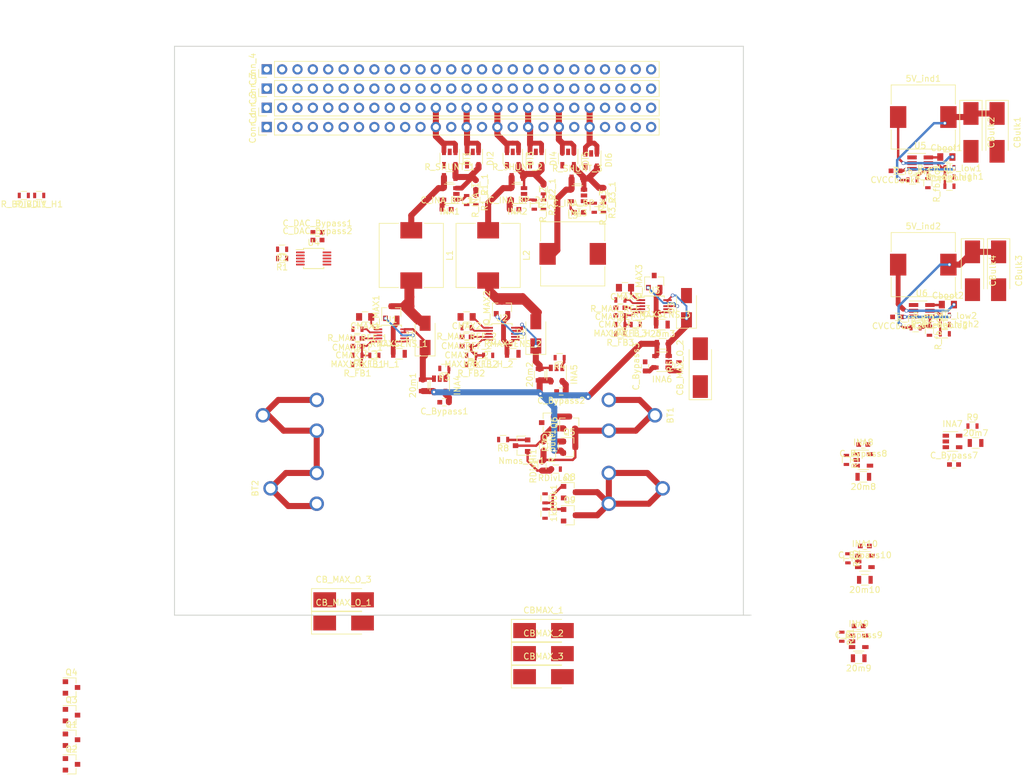
<source format=kicad_pcb>
(kicad_pcb (version 4) (host pcbnew 4.0.7)
  (layers (0 F.Cu signal) (31 B.Cu signal) (34 B.Paste user) (35 F.Paste user) (36 B.SilkS user) (37 F.SilkS user) (38 B.Mask user) (39 F.Mask user) (44 Edge.Cuts user))
  (net 0 "")
  (net 1 "Net-(5V_ind1-Pad1)")
  (net 2 /OUTPUT/5VBuck/5V_OUT)
  (net 3 "Net-(5V_ind2-Pad1)")
  (net 4 /Input/Output_1)
  (net 5 /Input/InaOutput/I_in_1)
  (net 6 /Input/InaOutput/I_in_2)
  (net 7 /Input/InaOutput/I_in_3)
  (net 8 /5V_1)
  (net 9 /5V_2)
  (net 10 /Batt_V_1)
  (net 11 /OUTPUT/POWER_INPUT)
  (net 12 /Input/Boost_Converters/I_in_1)
  (net 13 GND)
  (net 14 /Input/Boost_Converters/I_in_2)
  (net 15 /Input/Boost_Converters/I_in_3)
  (net 16 "Net-(Cboot1-Pad1)")
  (net 17 "Net-(Cboot2-Pad1)")
  (net 18 "Net-(CMAX1-Pad1)")
  (net 19 "Net-(CMAX2-Pad1)")
  (net 20 "Net-(CMAX3-Pad1)")
  (net 21 "Net-(CMAXREF_1-Pad1)")
  (net 22 "Net-(CMAXREF_2-Pad1)")
  (net 23 "Net-(CMAXREF_3-Pad1)")
  (net 24 /Input/Boost_Converters/MAX668/FB)
  (net 25 /3V3)
  (net 26 /A_1_I)
  (net 27 /A_2_I)
  (net 28 /A_3_I)
  (net 29 /A_3_O)
  (net 30 /Input/InaOutput/INA_out/Ina_Analog)
  (net 31 /A_1_O)
  (net 32 /Curr_5V_1)
  (net 33 /Curr_5V_2)
  (net 34 /Curr_Vbat_1)
  (net 35 /Curr_Vbat_2)
  (net 36 "Net-(D1-Pad2)")
  (net 37 "Net-(D2-Pad2)")
  (net 38 "Net-(D3-Pad2)")
  (net 39 /MCU_POWER_SW)
  (net 40 "Net-(Nmos_sw1-Pad2)")
  (net 41 "Net-(Nmos_sw1-Pad3)")
  (net 42 /Input/SDA)
  (net 43 /V1)
  (net 44 /Input/SCL)
  (net 45 /V2)
  (net 46 /V3)
  (net 47 /Batt_voltage_divided)
  (net 48 "Net-(R_en_div_high1-Pad2)")
  (net 49 /En_5V_1)
  (net 50 "Net-(R_en_div_high2-Pad2)")
  (net 51 /En_5V_2)
  (net 52 /Input/DAC/Dac_1)
  (net 53 /Input/DAC/Dac_2)
  (net 54 /Input/DAC/Dac_3)
  (net 55 "Net-(R_fb_hi1-Pad2)")
  (net 56 "Net-(R_fb_hi2-Pad2)")
  (net 57 "Net-(R_MAX_REF_1-Pad1)")
  (net 58 "Net-(R_MAX_REF_2-Pad1)")
  (net 59 "Net-(R_MAX_REF_3-Pad1)")
  (net 60 /Input/LDAC)
  (net 61 "Net-(U4-Pad5)")
  (net 62 "Net-(U4-Pad9)")
  (net 63 "Net-(Conn_1-Pad4)")
  (net 64 "Net-(Conn_1-Pad5)")
  (net 65 "Net-(Conn_3-Pad1)")
  (net 66 "Net-(Conn_3-Pad5)")
  (net 67 "Net-(Conn_3-Pad6)")
  (net 68 "Net-(Conn_3-Pad7)")
  (net 69 "Net-(Conn_3-Pad10)")
  (net 70 "Net-(Conn_3-Pad12)")
  (net 71 "Net-(Conn_3-Pad17)")
  (net 72 "Net-(Conn_3-Pad18)")
  (net 73 "Net-(Conn_3-Pad19)")
  (net 74 "Net-(Conn_3-Pad20)")
  (net 75 "Net-(Conn_3-Pad21)")
  (net 76 "Net-(Conn_2-Pad4)")
  (net 77 "Net-(Conn_2-Pad5)")
  (net 78 "Net-(Conn_4-Pad1)")
  (net 79 "Net-(Conn_4-Pad5)")
  (net 80 "Net-(Conn_4-Pad6)")
  (net 81 "Net-(Conn_4-Pad7)")
  (net 82 "Net-(Conn_4-Pad10)")
  (net 83 "Net-(Conn_4-Pad12)")
  (net 84 "Net-(Conn_4-Pad17)")
  (net 85 "Net-(Conn_4-Pad18)")
  (net 86 "Net-(Conn_4-Pad19)")
  (net 87 "Net-(Conn_4-Pad20)")
  (net 88 /Connectors/CAN_1_L)
  (net 89 /Connectors/CAN_1_H)
  (net 90 /Connectors/5V_1)
  (net 91 /Connectors/5V_2)
  (net 92 /Connectors/Batt_V_1)
  (net 93 /Connectors/Batt_V_2)
  (net 94 /Connectors/CAN_2_L)
  (net 95 /Connectors/CAN_2_H)
  (net 96 X+)
  (net 97 Y+)
  (net 98 Z+)
  (net 99 /OUTPUT/Sheet5A5E5DCD/I_out)
  (net 100 /CTRL_VB_1)
  (net 101 /CTRL_VB_2)
  (net 102 "Net-(Q2-Pad2)")
  (net 103 /5V_CTRL_1)
  (net 104 /5V_CTRL_2)
  (net 105 "Net-(Q6-Pad3)")
  (net 106 "Net-(Q_MAX1-Pad1)")
  (net 107 "Net-(Q_MAX1-Pad2)")
  (net 108 "Net-(Q_MAX2-Pad1)")
  (net 109 "Net-(Q_MAX2-Pad2)")
  (net 110 "Net-(Q_MAX3-Pad1)")
  (net 111 "Net-(Q_MAX3-Pad2)")
  (net 112 /Connectors/Ideal_Diodes/X+)
  (net 113 /Connectors/Ideal_Diodes/X-)
  (net 114 /Connectors/Ideal_Diodes/Y+)
  (net 115 /Connectors/Ideal_Diodes/Y-)
  (net 116 /Connectors/Ideal_Diodes/Z+)
  (net 117 /Connectors/Ideal_Diodes/Z-)
  (net 118 "Net-(DI1-Pad4)")
  (net 119 "Net-(DI2-Pad4)")
  (net 120 "Net-(DI3-Pad4)")
  (net 121 "Net-(DI4-Pad4)")
  (net 122 "Net-(DI5-Pad4)")
  (net 123 "Net-(DI6-Pad4)")
  (net 124 RBF1)
  (net 125 GND_DSW)
  (net 126 RBF2)
  (net 127 "Net-(Conn_1-Pad6)")
  (net 128 "Net-(Conn_2-Pad6)")
  (net 129 "Net-(Conn_3-Pad3)")
  (net 130 "Net-(Conn_3-Pad4)")
  (net 131 "Net-(Conn_3-Pad8)")
  (net 132 "Net-(Conn_3-Pad9)")
  (net 133 /Connectors/Batt_Temp1)
  (net 134 "Net-(Conn_3-Pad13)")
  (net 135 "Net-(Conn_3-Pad22)")
  (net 136 "Net-(Conn_3-Pad23)")
  (net 137 "Net-(Conn_4-Pad3)")
  (net 138 "Net-(Conn_4-Pad4)")
  (net 139 "Net-(Conn_4-Pad8)")
  (net 140 /Connectors/Batt_Temp2)
  (net 141 "Net-(Conn_4-Pad13)")
  (net 142 "Net-(Conn_4-Pad16)")
  (net 143 "Net-(Conn_4-Pad21)")
  (net 144 "Net-(Conn_4-Pad22)")
  (net 145 "Net-(Conn_4-Pad23)")
  (net 146 Battery_+)
  (net 147 Battery_middle)
  (net 148 Battery_-)
  (net 149 "Net-(100k1-Pad2)")
  (module Housings_SSOP:MSOP-10_3x3mm_Pitch0.5mm (layer F.Cu) (at 106.172 83.058)
    (fp_text reference U2 (at 0 -2.6) (layer F.SilkS))
    (fp_text value MAX668)
    (pad 1 smd rect (at -2.2 -1) (size 1.4 0.3) (layers F.Cu F.Paste F.Mask) (net 19 "Net-(CMAX2-Pad1)"))
    (pad 2 smd rect (at -2.2 -0.5) (size 1.4 0.3) (layers F.Cu F.Paste F.Mask) (net 58 "Net-(R_MAX_REF_2-Pad1)"))
    (pad 3 smd rect (at -2.2 0) (size 1.4 0.3) (layers F.Cu F.Paste F.Mask) (net 13 GND))
    (pad 4 smd rect (at -2.2 0.5) (size 1.4 0.3) (layers F.Cu F.Paste F.Mask) (net 22 "Net-(CMAXREF_2-Pad1)"))
    (pad 5 smd rect (at -2.2 1) (size 1.4 0.3) (layers F.Cu F.Paste F.Mask) (net 24 /Input/Boost_Converters/MAX668/FB))
    (pad 6 smd rect (at 2.2 1) (size 1.4 0.3) (layers F.Cu F.Paste F.Mask) (net 109 "Net-(Q_MAX2-Pad2)"))
    (pad 7 smd rect (at 2.2 0.5) (size 1.4 0.3) (layers F.Cu F.Paste F.Mask) (net 13 GND))
    (pad 8 smd rect (at 2.2 0) (size 1.4 0.3) (layers F.Cu F.Paste F.Mask) (net 108 "Net-(Q_MAX2-Pad1)"))
    (pad 9 smd rect (at 2.2 -0.5) (size 1.4 0.3) (layers F.Cu F.Paste F.Mask) (net 6 /Input/InaOutput/I_in_2))
    (pad 10 smd rect (at 2.2 -1) (size 1.4 0.3) (layers F.Cu F.Paste F.Mask) (net 6 /Input/InaOutput/I_in_2))
  )
  (module Inductors_SMD:L_10.4x10.4_H4.8 (layer F.Cu) (at 175.768 47.244)
    (fp_text reference 5V_ind1 (at 0 -6.35) (layer F.SilkS))
    (fp_text value 10u)
    (pad 1 smd rect (at -4.15 0) (size 2.7 3.6) (layers F.Cu F.Paste F.Mask) (net 1 "Net-(5V_ind1-Pad1)"))
    (pad 2 smd rect (at 4.15 0) (size 2.7 3.6) (layers F.Cu F.Paste F.Mask) (net 2 /OUTPUT/5VBuck/5V_OUT))
  )
  (module Inductors_SMD:L_10.4x10.4_H4.8 (layer F.Cu) (at 175.768 71.628)
    (fp_text reference 5V_ind2 (at 0 -6.35) (layer F.SilkS))
    (fp_text value 10u)
    (pad 1 smd rect (at -4.15 0) (size 2.7 3.6) (layers F.Cu F.Paste F.Mask) (net 3 "Net-(5V_ind2-Pad1)"))
    (pad 2 smd rect (at 4.15 0) (size 2.7 3.6) (layers F.Cu F.Paste F.Mask) (net 2 /OUTPUT/5VBuck/5V_OUT))
  )
  (module Resistors_SMD:R_0805 (layer F.Cu) (at 93.091 91.567 90)
    (fp_text reference 20m1 (at 0 -1.65 90) (layer F.SilkS))
    (fp_text value R_Shunt)
    (pad 1 smd rect (at -0.95 0 90) (size 0.7 1.3) (layers F.Cu F.Paste F.Mask) (net 4 /Input/Output_1))
    (pad 2 smd rect (at 0.95 0 90) (size 0.7 1.3) (layers F.Cu F.Paste F.Mask) (net 5 /Input/InaOutput/I_in_1))
  )
  (module Resistors_SMD:R_0805 (layer F.Cu) (at 112.395 89.789 90)
    (fp_text reference 20m2 (at 0 -1.65 90) (layer F.SilkS))
    (fp_text value R_Shunt)
    (pad 1 smd rect (at -0.95 0 90) (size 0.7 1.3) (layers F.Cu F.Paste F.Mask) (net 4 /Input/Output_1))
    (pad 2 smd rect (at 0.95 0 90) (size 0.7 1.3) (layers F.Cu F.Paste F.Mask) (net 6 /Input/InaOutput/I_in_2))
  )
  (module Resistors_SMD:R_0805 (layer F.Cu) (at 132.715 84.709)
    (fp_text reference 20m3 (at 0 -1.65) (layer F.SilkS))
    (fp_text value R_Shunt)
    (pad 1 smd rect (at -0.95 0) (size 0.7 1.3) (layers F.Cu F.Paste F.Mask) (net 4 /Input/Output_1))
    (pad 2 smd rect (at 0.95 0) (size 0.7 1.3) (layers F.Cu F.Paste F.Mask) (net 7 /Input/InaOutput/I_in_3))
  )
  (module Resistors_SMD:R_0805 (layer F.Cu) (at 184.404 101.092)
    (fp_text reference 20m7 (at 0 -1.65) (layer F.SilkS))
    (fp_text value R_Shunt)
    (pad 1 smd rect (at -0.95 0) (size 0.7 1.3) (layers F.Cu F.Paste F.Mask) (net 99 /OUTPUT/Sheet5A5E5DCD/I_out))
    (pad 2 smd rect (at 0.95 0) (size 0.7 1.3) (layers F.Cu F.Paste F.Mask) (net 2 /OUTPUT/5VBuck/5V_OUT))
  )
  (module Resistors_SMD:R_0805 (layer F.Cu) (at 165.862 106.68 180)
    (fp_text reference 20m8 (at 0 -1.65 180) (layer F.SilkS))
    (fp_text value R_Shunt)
    (pad 1 smd rect (at -0.95 0 180) (size 0.7 1.3) (layers F.Cu F.Paste F.Mask) (net 99 /OUTPUT/Sheet5A5E5DCD/I_out))
    (pad 2 smd rect (at 0.95 0 180) (size 0.7 1.3) (layers F.Cu F.Paste F.Mask) (net 2 /OUTPUT/5VBuck/5V_OUT))
  )
  (module Resistors_SMD:R_0805 (layer F.Cu) (at 165.1 136.652 180)
    (fp_text reference 20m9 (at 0 -1.65 180) (layer F.SilkS))
    (fp_text value R_Shunt)
    (pad 1 smd rect (at -0.95 0 180) (size 0.7 1.3) (layers F.Cu F.Paste F.Mask) (net 99 /OUTPUT/Sheet5A5E5DCD/I_out))
    (pad 2 smd rect (at 0.95 0 180) (size 0.7 1.3) (layers F.Cu F.Paste F.Mask) (net 11 /OUTPUT/POWER_INPUT))
  )
  (module Resistors_SMD:R_0805 (layer F.Cu) (at 166.116 123.698 180)
    (fp_text reference 20m10 (at 0 -1.65 180) (layer F.SilkS))
    (fp_text value R_Shunt)
    (pad 1 smd rect (at -0.95 0 180) (size 0.7 1.3) (layers F.Cu F.Paste F.Mask) (net 99 /OUTPUT/Sheet5A5E5DCD/I_out))
    (pad 2 smd rect (at 0.95 0 180) (size 0.7 1.3) (layers F.Cu F.Paste F.Mask) (net 11 /OUTPUT/POWER_INPUT))
  )
  (module Capacitors_Tantalum_SMD:CP_Tantalum_Case-C_EIA-6032-28_Hand (layer F.Cu) (at 113.03 132.08)
    (fp_text reference CBMAX_1 (at 0 -3.35) (layer F.SilkS))
    (fp_text value 68uF)
    (pad 1 smd rect (at -3.125 0) (size 3.75 2.5) (layers F.Cu F.Paste F.Mask) (net 12 /Input/Boost_Converters/I_in_1))
    (pad 2 smd rect (at 3.125 0) (size 3.75 2.5) (layers F.Cu F.Paste F.Mask) (net 13 GND))
  )
  (module Capacitors_Tantalum_SMD:CP_Tantalum_Case-C_EIA-6032-28_Hand (layer F.Cu) (at 113.03 135.89)
    (fp_text reference CBMAX_2 (at 0 -3.35) (layer F.SilkS))
    (fp_text value 68uF)
    (pad 1 smd rect (at -3.125 0) (size 3.75 2.5) (layers F.Cu F.Paste F.Mask) (net 14 /Input/Boost_Converters/I_in_2))
    (pad 2 smd rect (at 3.125 0) (size 3.75 2.5) (layers F.Cu F.Paste F.Mask) (net 13 GND))
  )
  (module Capacitors_Tantalum_SMD:CP_Tantalum_Case-C_EIA-6032-28_Hand (layer F.Cu) (at 113.03 139.7)
    (fp_text reference CBMAX_3 (at 0 -3.35) (layer F.SilkS))
    (fp_text value 68uF)
    (pad 1 smd rect (at -3.125 0) (size 3.75 2.5) (layers F.Cu F.Paste F.Mask) (net 15 /Input/Boost_Converters/I_in_3))
    (pad 2 smd rect (at 3.125 0) (size 3.75 2.5) (layers F.Cu F.Paste F.Mask) (net 13 GND))
  )
  (module Capacitors_SMD:C_0805 (layer F.Cu) (at 179.578 53.848)
    (fp_text reference Cboot1 (at 0 -1.5) (layer F.SilkS))
    (fp_text value .1uF)
    (pad 1 smd rect (at -1 0) (size 1 1.25) (layers F.Cu F.Paste F.Mask) (net 16 "Net-(Cboot1-Pad1)"))
    (pad 2 smd rect (at 1 0) (size 1 1.25) (layers F.Cu F.Paste F.Mask) (net 1 "Net-(5V_ind1-Pad1)"))
  )
  (module Capacitors_SMD:C_0805 (layer F.Cu) (at 179.832 78.232)
    (fp_text reference Cboot2 (at 0 -1.5) (layer F.SilkS))
    (fp_text value .1uF)
    (pad 1 smd rect (at -1 0) (size 1 1.25) (layers F.Cu F.Paste F.Mask) (net 17 "Net-(Cboot2-Pad1)"))
    (pad 2 smd rect (at 1 0) (size 1 1.25) (layers F.Cu F.Paste F.Mask) (net 3 "Net-(5V_ind2-Pad1)"))
  )
  (module Capacitors_Tantalum_SMD:CP_Tantalum_Case-C_EIA-6032-28_Hand (layer F.Cu) (at 187.96 49.784 270)
    (fp_text reference CBulk1 (at 0 -3.35 270) (layer F.SilkS))
    (fp_text value C)
    (pad 1 smd rect (at -3.125 0 270) (size 3.75 2.5) (layers F.Cu F.Paste F.Mask) (net 2 /OUTPUT/5VBuck/5V_OUT))
    (pad 2 smd rect (at 3.125 0 270) (size 3.75 2.5) (layers F.Cu F.Paste F.Mask) (net 13 GND))
  )
  (module Capacitors_Tantalum_SMD:CP_Tantalum_Case-C_EIA-6032-28_Hand (layer F.Cu) (at 183.642 49.784 270)
    (fp_text reference CBulk2 (at 0 -3.35 270) (layer F.SilkS))
    (fp_text value C)
    (pad 1 smd rect (at -3.125 0 270) (size 3.75 2.5) (layers F.Cu F.Paste F.Mask) (net 2 /OUTPUT/5VBuck/5V_OUT))
    (pad 2 smd rect (at 3.125 0 270) (size 3.75 2.5) (layers F.Cu F.Paste F.Mask) (net 13 GND))
  )
  (module Capacitors_Tantalum_SMD:CP_Tantalum_Case-C_EIA-6032-28_Hand (layer F.Cu) (at 188.214 72.644 270)
    (fp_text reference CBulk3 (at 0 -3.35 270) (layer F.SilkS))
    (fp_text value C)
    (pad 1 smd rect (at -3.125 0 270) (size 3.75 2.5) (layers F.Cu F.Paste F.Mask) (net 2 /OUTPUT/5VBuck/5V_OUT))
    (pad 2 smd rect (at 3.125 0 270) (size 3.75 2.5) (layers F.Cu F.Paste F.Mask) (net 13 GND))
  )
  (module Capacitors_Tantalum_SMD:CP_Tantalum_Case-C_EIA-6032-28_Hand (layer F.Cu) (at 183.896 72.644 270)
    (fp_text reference CBulk4 (at 0 -3.35 270) (layer F.SilkS))
    (fp_text value C)
    (pad 1 smd rect (at -3.125 0 270) (size 3.75 2.5) (layers F.Cu F.Paste F.Mask) (net 2 /OUTPUT/5VBuck/5V_OUT))
    (pad 2 smd rect (at 3.125 0 270) (size 3.75 2.5) (layers F.Cu F.Paste F.Mask) (net 13 GND))
  )
  (module Capacitors_Tantalum_SMD:CP_Tantalum_Case-C_EIA-6032-28_Hand (layer F.Cu) (at 80.01 130.81)
    (fp_text reference CB_MAX_O_1 (at 0 -3.35) (layer F.SilkS))
    (fp_text value 68uF)
    (pad 1 smd rect (at -3.125 0) (size 3.75 2.5) (layers F.Cu F.Paste F.Mask) (net 5 /Input/InaOutput/I_in_1))
    (pad 2 smd rect (at 3.125 0) (size 3.75 2.5) (layers F.Cu F.Paste F.Mask) (net 13 GND))
  )
  (module Capacitors_Tantalum_SMD:CP_Tantalum_Case-C_EIA-6032-28_Hand (layer F.Cu) (at 138.938 88.646 90)
    (fp_text reference CB_MAX_O_2 (at 0 -3.35 90) (layer F.SilkS))
    (fp_text value 68uF)
    (pad 1 smd rect (at -3.125 0 90) (size 3.75 2.5) (layers F.Cu F.Paste F.Mask) (net 6 /Input/InaOutput/I_in_2))
    (pad 2 smd rect (at 3.125 0 90) (size 3.75 2.5) (layers F.Cu F.Paste F.Mask) (net 13 GND))
  )
  (module Capacitors_Tantalum_SMD:CP_Tantalum_Case-C_EIA-6032-28_Hand (layer F.Cu) (at 80.01 127)
    (fp_text reference CB_MAX_O_3 (at 0 -3.35) (layer F.SilkS))
    (fp_text value 68uF)
    (pad 1 smd rect (at -3.125 0) (size 3.75 2.5) (layers F.Cu F.Paste F.Mask) (net 7 /Input/InaOutput/I_in_3))
    (pad 2 smd rect (at 3.125 0) (size 3.75 2.5) (layers F.Cu F.Paste F.Mask) (net 13 GND))
  )
  (module Capacitors_SMD:C_0805 (layer F.Cu) (at 83.566 80.264 180)
    (fp_text reference CMAX1 (at 0 -1.5 180) (layer F.SilkS))
    (fp_text value 1uF)
    (pad 1 smd rect (at -1 0 180) (size 1 1.25) (layers F.Cu F.Paste F.Mask) (net 18 "Net-(CMAX1-Pad1)"))
    (pad 2 smd rect (at 1 0 180) (size 1 1.25) (layers F.Cu F.Paste F.Mask) (net 13 GND))
  )
  (module Capacitors_SMD:C_0805 (layer F.Cu) (at 100.33 80.264 180)
    (fp_text reference CMAX2 (at 0 -1.5 180) (layer F.SilkS))
    (fp_text value 1uF)
    (pad 1 smd rect (at -1 0 180) (size 1 1.25) (layers F.Cu F.Paste F.Mask) (net 19 "Net-(CMAX2-Pad1)"))
    (pad 2 smd rect (at 1 0 180) (size 1 1.25) (layers F.Cu F.Paste F.Mask) (net 13 GND))
  )
  (module Capacitors_SMD:C_0805 (layer F.Cu) (at 126.492 75.438 180)
    (fp_text reference CMAX3 (at 0 -1.5 180) (layer F.SilkS))
    (fp_text value 1uF)
    (pad 1 smd rect (at -1 0 180) (size 1 1.25) (layers F.Cu F.Paste F.Mask) (net 20 "Net-(CMAX3-Pad1)"))
    (pad 2 smd rect (at 1 0 180) (size 1 1.25) (layers F.Cu F.Paste F.Mask) (net 13 GND))
  )
  (module Capacitors_SMD:C_0603 (layer F.Cu) (at 82.296 83.82 180)
    (fp_text reference CMAXREF_1 (at 0 -1.5 180) (layer F.SilkS))
    (fp_text value .22uF)
    (pad 2 smd rect (at 0.75 0 180) (size 0.8 0.75) (layers F.Cu F.Paste F.Mask) (net 13 GND))
    (pad 1 smd rect (at -0.75 0 180) (size 0.8 0.75) (layers F.Cu F.Paste F.Mask) (net 21 "Net-(CMAXREF_1-Pad1)"))
  )
  (module Capacitors_SMD:C_0603 (layer F.Cu) (at 100.33 83.566 180)
    (fp_text reference CMAXREF_2 (at 0 -1.5 180) (layer F.SilkS))
    (fp_text value .22uF)
    (pad 2 smd rect (at 0.75 0 180) (size 0.8 0.75) (layers F.Cu F.Paste F.Mask) (net 13 GND))
    (pad 1 smd rect (at -0.75 0 180) (size 0.8 0.75) (layers F.Cu F.Paste F.Mask) (net 22 "Net-(CMAXREF_2-Pad1)"))
  )
  (module Capacitors_SMD:C_0603 (layer F.Cu) (at 125.73 78.74 180)
    (fp_text reference CMAXREF_3 (at 0 -1.5 180) (layer F.SilkS))
    (fp_text value .22uF)
    (pad 2 smd rect (at 0.75 0 180) (size 0.8 0.75) (layers F.Cu F.Paste F.Mask) (net 13 GND))
    (pad 1 smd rect (at -0.75 0 180) (size 0.8 0.75) (layers F.Cu F.Paste F.Mask) (net 23 "Net-(CMAXREF_3-Pad1)"))
  )
  (module Capacitors_SMD:C_0603 (layer F.Cu) (at 82.296 85.09 180)
    (fp_text reference CMAX_F_1 (at 0 -1.5 180) (layer F.SilkS))
    (fp_text value 220pF)
    (pad 2 smd rect (at 0.75 0 180) (size 0.8 0.75) (layers F.Cu F.Paste F.Mask) (net 13 GND))
    (pad 1 smd rect (at -0.75 0 180) (size 0.8 0.75) (layers F.Cu F.Paste F.Mask) (net 24 /Input/Boost_Converters/MAX668/FB))
  )
  (module Capacitors_SMD:C_0603 (layer F.Cu) (at 100.33 85.09 180)
    (fp_text reference CMAX_F_2 (at 0 -1.5 180) (layer F.SilkS))
    (fp_text value 220pF)
    (pad 2 smd rect (at 0.75 0 180) (size 0.8 0.75) (layers F.Cu F.Paste F.Mask) (net 13 GND))
    (pad 1 smd rect (at -0.75 0 180) (size 0.8 0.75) (layers F.Cu F.Paste F.Mask) (net 24 /Input/Boost_Converters/MAX668/FB))
  )
  (module Capacitors_SMD:C_0603 (layer F.Cu) (at 125.73 80.01 180)
    (fp_text reference CMAX_F_3 (at 0 -1.5 180) (layer F.SilkS))
    (fp_text value 220pF)
    (pad 2 smd rect (at 0.75 0 180) (size 0.8 0.75) (layers F.Cu F.Paste F.Mask) (net 13 GND))
    (pad 1 smd rect (at -0.75 0 180) (size 0.8 0.75) (layers F.Cu F.Paste F.Mask) (net 24 /Input/Boost_Converters/MAX668/FB))
  )
  (module Capacitors_SMD:C_0603 (layer F.Cu) (at 171.196 56.134 180)
    (fp_text reference CVCCbuck1 (at 0 -1.5 180) (layer F.SilkS))
    (fp_text value 10u)
    (pad 2 smd rect (at 0.75 0 180) (size 0.8 0.75) (layers F.Cu F.Paste F.Mask) (net 13 GND))
    (pad 1 smd rect (at -0.75 0 180) (size 0.8 0.75) (layers F.Cu F.Paste F.Mask) (net 11 /OUTPUT/POWER_INPUT))
  )
  (module Capacitors_SMD:C_0603 (layer F.Cu) (at 171.45 80.264 180)
    (fp_text reference CVCCbuck2 (at 0 -1.5 180) (layer F.SilkS))
    (fp_text value 10u)
    (pad 2 smd rect (at 0.75 0 180) (size 0.8 0.75) (layers F.Cu F.Paste F.Mask) (net 13 GND))
    (pad 1 smd rect (at -0.75 0 180) (size 0.8 0.75) (layers F.Cu F.Paste F.Mask) (net 11 /OUTPUT/POWER_INPUT))
  )
  (module Capacitors_SMD:C_0603 (layer F.Cu) (at 96.647 94.361 180)
    (fp_text reference C_Bypass1 (at 0 -1.5 180) (layer F.SilkS))
    (fp_text value .1u)
    (pad 2 smd rect (at 0.75 0 180) (size 0.8 0.75) (layers F.Cu F.Paste F.Mask) (net 13 GND))
    (pad 1 smd rect (at -0.75 0 180) (size 0.8 0.75) (layers F.Cu F.Paste F.Mask) (net 25 /3V3))
  )
  (module Capacitors_SMD:C_0603 (layer F.Cu) (at 115.951 92.583 180)
    (fp_text reference C_Bypass2 (at 0 -1.5 180) (layer F.SilkS))
    (fp_text value .1u)
    (pad 2 smd rect (at 0.75 0 180) (size 0.8 0.75) (layers F.Cu F.Paste F.Mask) (net 13 GND))
    (pad 1 smd rect (at -0.75 0 180) (size 0.8 0.75) (layers F.Cu F.Paste F.Mask) (net 25 /3V3))
  )
  (module Capacitors_SMD:C_0603 (layer F.Cu) (at 129.8194 88.43772 90)
    (fp_text reference C_Bypass3 (at 0 -1.5 90) (layer F.SilkS))
    (fp_text value .1u)
    (pad 2 smd rect (at 0.75 0 90) (size 0.8 0.75) (layers F.Cu F.Paste F.Mask) (net 13 GND))
    (pad 1 smd rect (at -0.75 0 90) (size 0.8 0.75) (layers F.Cu F.Paste F.Mask) (net 25 /3V3))
  )
  (module Capacitors_SMD:C_0603 (layer F.Cu) (at 180.848 104.648)
    (fp_text reference C_Bypass7 (at 0 -1.5) (layer F.SilkS))
    (fp_text value .1u)
    (pad 2 smd rect (at 0.75 0) (size 0.8 0.75) (layers F.Cu F.Paste F.Mask) (net 13 GND))
    (pad 1 smd rect (at -0.75 0) (size 0.8 0.75) (layers F.Cu F.Paste F.Mask) (net 25 /3V3))
  )
  (module Capacitors_SMD:C_0603 (layer F.Cu) (at 165.862 101.346 180)
    (fp_text reference C_Bypass8 (at 0 -1.5 180) (layer F.SilkS))
    (fp_text value .1u)
    (pad 2 smd rect (at 0.75 0 180) (size 0.8 0.75) (layers F.Cu F.Paste F.Mask) (net 13 GND))
    (pad 1 smd rect (at -0.75 0 180) (size 0.8 0.75) (layers F.Cu F.Paste F.Mask) (net 25 /3V3))
  )
  (module Capacitors_SMD:C_0603 (layer F.Cu) (at 165.1 131.318 180)
    (fp_text reference C_Bypass9 (at 0 -1.5 180) (layer F.SilkS))
    (fp_text value .1u)
    (pad 2 smd rect (at 0.75 0 180) (size 0.8 0.75) (layers F.Cu F.Paste F.Mask) (net 13 GND))
    (pad 1 smd rect (at -0.75 0 180) (size 0.8 0.75) (layers F.Cu F.Paste F.Mask) (net 25 /3V3))
  )
  (module Capacitors_SMD:C_0603 (layer F.Cu) (at 166.116 118.11 180)
    (fp_text reference C_Bypass10 (at 0 -1.5 180) (layer F.SilkS))
    (fp_text value .1u)
    (pad 2 smd rect (at 0.75 0 180) (size 0.8 0.75) (layers F.Cu F.Paste F.Mask) (net 13 GND))
    (pad 1 smd rect (at -0.75 0 180) (size 0.8 0.75) (layers F.Cu F.Paste F.Mask) (net 25 /3V3))
  )
  (module Capacitors_SMD:C_0603 (layer F.Cu) (at 75.692 66.294)
    (fp_text reference C_DAC_Bypass1 (at 0 -1.5) (layer F.SilkS))
    (fp_text value C)
    (pad 2 smd rect (at 0.75 0) (size 0.8 0.75) (layers F.Cu F.Paste F.Mask) (net 13 GND))
    (pad 1 smd rect (at -0.75 0) (size 0.8 0.75) (layers F.Cu F.Paste F.Mask) (net 25 /3V3))
  )
  (module Capacitors_SMD:C_0603 (layer F.Cu) (at 75.692 67.564)
    (fp_text reference C_DAC_Bypass2 (at 0 -1.5) (layer F.SilkS))
    (fp_text value C)
    (pad 2 smd rect (at 0.75 0) (size 0.8 0.75) (layers F.Cu F.Paste F.Mask) (net 13 GND))
    (pad 1 smd rect (at -0.75 0) (size 0.8 0.75) (layers F.Cu F.Paste F.Mask) (net 25 /3V3))
  )
  (module Capacitors_SMD:C_0603 (layer F.Cu) (at 97.028 62.484)
    (fp_text reference C_INA_BP_1 (at 0 -1.5) (layer F.SilkS))
    (fp_text value .1u)
    (pad 2 smd rect (at 0.75 0) (size 0.8 0.75) (layers F.Cu F.Paste F.Mask) (net 13 GND))
    (pad 1 smd rect (at -0.75 0) (size 0.8 0.75) (layers F.Cu F.Paste F.Mask) (net 25 /3V3))
  )
  (module Capacitors_SMD:C_0603 (layer F.Cu) (at 108.204 62.484)
    (fp_text reference C_INA_BP_2 (at 0 -1.5) (layer F.SilkS))
    (fp_text value .1u)
    (pad 2 smd rect (at 0.75 0) (size 0.8 0.75) (layers F.Cu F.Paste F.Mask) (net 13 GND))
    (pad 1 smd rect (at -0.75 0) (size 0.8 0.75) (layers F.Cu F.Paste F.Mask) (net 25 /3V3))
  )
  (module Capacitors_SMD:C_0603 (layer F.Cu) (at 118.872 62.992)
    (fp_text reference C_INA_BP_3 (at 0 -1.5) (layer F.SilkS))
    (fp_text value .1u)
    (pad 2 smd rect (at 0.75 0) (size 0.8 0.75) (layers F.Cu F.Paste F.Mask) (net 13 GND))
    (pad 1 smd rect (at -0.75 0) (size 0.8 0.75) (layers F.Cu F.Paste F.Mask) (net 25 /3V3))
  )
  (module TO_SOT_Packages_SMD:SOT-23-5 (layer F.Cu) (at 97.536 59.944 180)
    (fp_text reference INA1 (at 0 -2.9 180) (layer F.SilkS))
    (fp_text value INA139)
    (pad 1 smd rect (at -1.1 -0.95 180) (size 1.06 0.65) (layers F.Cu F.Paste F.Mask) (net 26 /A_1_I))
    (pad 2 smd rect (at -1.1 0 180) (size 1.06 0.65) (layers F.Cu F.Paste F.Mask) (net 13 GND))
    (pad 3 smd rect (at -1.1 0.95 180) (size 1.06 0.65) (layers F.Cu F.Paste F.Mask) (net 96 X+))
    (pad 4 smd rect (at 1.1 0.95 180) (size 1.06 0.65) (layers F.Cu F.Paste F.Mask) (net 12 /Input/Boost_Converters/I_in_1))
    (pad 5 smd rect (at 1.1 -0.95 180) (size 1.06 0.65) (layers F.Cu F.Paste F.Mask) (net 25 /3V3))
  )
  (module TO_SOT_Packages_SMD:SOT-23-5 (layer F.Cu) (at 108.712 59.944 180)
    (fp_text reference INA2 (at 0 -2.9 180) (layer F.SilkS))
    (fp_text value INA139)
    (pad 1 smd rect (at -1.1 -0.95 180) (size 1.06 0.65) (layers F.Cu F.Paste F.Mask) (net 27 /A_2_I))
    (pad 2 smd rect (at -1.1 0 180) (size 1.06 0.65) (layers F.Cu F.Paste F.Mask) (net 13 GND))
    (pad 3 smd rect (at -1.1 0.95 180) (size 1.06 0.65) (layers F.Cu F.Paste F.Mask) (net 97 Y+))
    (pad 4 smd rect (at 1.1 0.95 180) (size 1.06 0.65) (layers F.Cu F.Paste F.Mask) (net 14 /Input/Boost_Converters/I_in_2))
    (pad 5 smd rect (at 1.1 -0.95 180) (size 1.06 0.65) (layers F.Cu F.Paste F.Mask) (net 25 /3V3))
  )
  (module TO_SOT_Packages_SMD:SOT-23-5 (layer F.Cu) (at 118.618 60.198 180)
    (fp_text reference INA3 (at 0 -2.9 180) (layer F.SilkS))
    (fp_text value INA139)
    (pad 1 smd rect (at -1.1 -0.95 180) (size 1.06 0.65) (layers F.Cu F.Paste F.Mask) (net 28 /A_3_I))
    (pad 2 smd rect (at -1.1 0 180) (size 1.06 0.65) (layers F.Cu F.Paste F.Mask) (net 13 GND))
    (pad 3 smd rect (at -1.1 0.95 180) (size 1.06 0.65) (layers F.Cu F.Paste F.Mask) (net 98 Z+))
    (pad 4 smd rect (at 1.1 0.95 180) (size 1.06 0.65) (layers F.Cu F.Paste F.Mask) (net 15 /Input/Boost_Converters/I_in_3))
    (pad 5 smd rect (at 1.1 -0.95 180) (size 1.06 0.65) (layers F.Cu F.Paste F.Mask) (net 25 /3V3))
  )
  (module TO_SOT_Packages_SMD:SOT-23-5 (layer F.Cu) (at 95.885 91.567 270)
    (fp_text reference INA4 (at 0 -2.9 270) (layer F.SilkS))
    (fp_text value INA139)
    (pad 1 smd rect (at -1.1 -0.95 270) (size 1.06 0.65) (layers F.Cu F.Paste F.Mask) (net 29 /A_3_O))
    (pad 2 smd rect (at -1.1 0 270) (size 1.06 0.65) (layers F.Cu F.Paste F.Mask) (net 13 GND))
    (pad 3 smd rect (at -1.1 0.95 270) (size 1.06 0.65) (layers F.Cu F.Paste F.Mask) (net 5 /Input/InaOutput/I_in_1))
    (pad 4 smd rect (at 1.1 0.95 270) (size 1.06 0.65) (layers F.Cu F.Paste F.Mask) (net 4 /Input/Output_1))
    (pad 5 smd rect (at 1.1 -0.95 270) (size 1.06 0.65) (layers F.Cu F.Paste F.Mask) (net 25 /3V3))
  )
  (module TO_SOT_Packages_SMD:SOT-23-5 (layer F.Cu) (at 115.189 89.789 270)
    (fp_text reference INA5 (at 0 -2.9 270) (layer F.SilkS))
    (fp_text value INA139)
    (pad 1 smd rect (at -1.1 -0.95 270) (size 1.06 0.65) (layers F.Cu F.Paste F.Mask) (net 30 /Input/InaOutput/INA_out/Ina_Analog))
    (pad 2 smd rect (at -1.1 0 270) (size 1.06 0.65) (layers F.Cu F.Paste F.Mask) (net 13 GND))
    (pad 3 smd rect (at -1.1 0.95 270) (size 1.06 0.65) (layers F.Cu F.Paste F.Mask) (net 6 /Input/InaOutput/I_in_2))
    (pad 4 smd rect (at 1.1 0.95 270) (size 1.06 0.65) (layers F.Cu F.Paste F.Mask) (net 4 /Input/Output_1))
    (pad 5 smd rect (at 1.1 -0.95 270) (size 1.06 0.65) (layers F.Cu F.Paste F.Mask) (net 25 /3V3))
  )
  (module TO_SOT_Packages_SMD:SOT-23-5 (layer F.Cu) (at 132.6134 87.67572 180)
    (fp_text reference INA6 (at 0 -2.9 180) (layer F.SilkS))
    (fp_text value INA139)
    (pad 1 smd rect (at -1.1 -0.95 180) (size 1.06 0.65) (layers F.Cu F.Paste F.Mask) (net 31 /A_1_O))
    (pad 2 smd rect (at -1.1 0 180) (size 1.06 0.65) (layers F.Cu F.Paste F.Mask) (net 13 GND))
    (pad 3 smd rect (at -1.1 0.95 180) (size 1.06 0.65) (layers F.Cu F.Paste F.Mask) (net 7 /Input/InaOutput/I_in_3))
    (pad 4 smd rect (at 1.1 0.95 180) (size 1.06 0.65) (layers F.Cu F.Paste F.Mask) (net 4 /Input/Output_1))
    (pad 5 smd rect (at 1.1 -0.95 180) (size 1.06 0.65) (layers F.Cu F.Paste F.Mask) (net 25 /3V3))
  )
  (module TO_SOT_Packages_SMD:SOT-23-5 (layer F.Cu) (at 180.594 100.838)
    (fp_text reference INA7 (at 0 -2.9) (layer F.SilkS))
    (fp_text value INA139)
    (pad 1 smd rect (at -1.1 -0.95) (size 1.06 0.65) (layers F.Cu F.Paste F.Mask) (net 32 /Curr_5V_1))
    (pad 2 smd rect (at -1.1 0) (size 1.06 0.65) (layers F.Cu F.Paste F.Mask) (net 13 GND))
    (pad 3 smd rect (at -1.1 0.95) (size 1.06 0.65) (layers F.Cu F.Paste F.Mask) (net 2 /OUTPUT/5VBuck/5V_OUT))
    (pad 4 smd rect (at 1.1 0.95) (size 1.06 0.65) (layers F.Cu F.Paste F.Mask) (net 99 /OUTPUT/Sheet5A5E5DCD/I_out))
    (pad 5 smd rect (at 1.1 -0.95) (size 1.06 0.65) (layers F.Cu F.Paste F.Mask) (net 25 /3V3))
  )
  (module TO_SOT_Packages_SMD:SOT-23-5 (layer F.Cu) (at 165.862 103.886)
    (fp_text reference INA8 (at 0 -2.9) (layer F.SilkS))
    (fp_text value INA139)
    (pad 1 smd rect (at -1.1 -0.95) (size 1.06 0.65) (layers F.Cu F.Paste F.Mask) (net 33 /Curr_5V_2))
    (pad 2 smd rect (at -1.1 0) (size 1.06 0.65) (layers F.Cu F.Paste F.Mask) (net 13 GND))
    (pad 3 smd rect (at -1.1 0.95) (size 1.06 0.65) (layers F.Cu F.Paste F.Mask) (net 2 /OUTPUT/5VBuck/5V_OUT))
    (pad 4 smd rect (at 1.1 0.95) (size 1.06 0.65) (layers F.Cu F.Paste F.Mask) (net 99 /OUTPUT/Sheet5A5E5DCD/I_out))
    (pad 5 smd rect (at 1.1 -0.95) (size 1.06 0.65) (layers F.Cu F.Paste F.Mask) (net 25 /3V3))
  )
  (module TO_SOT_Packages_SMD:SOT-23-5 (layer F.Cu) (at 165.1 133.858)
    (fp_text reference INA9 (at 0 -2.9) (layer F.SilkS))
    (fp_text value INA139)
    (pad 1 smd rect (at -1.1 -0.95) (size 1.06 0.65) (layers F.Cu F.Paste F.Mask) (net 34 /Curr_Vbat_1))
    (pad 2 smd rect (at -1.1 0) (size 1.06 0.65) (layers F.Cu F.Paste F.Mask) (net 13 GND))
    (pad 3 smd rect (at -1.1 0.95) (size 1.06 0.65) (layers F.Cu F.Paste F.Mask) (net 11 /OUTPUT/POWER_INPUT))
    (pad 4 smd rect (at 1.1 0.95) (size 1.06 0.65) (layers F.Cu F.Paste F.Mask) (net 99 /OUTPUT/Sheet5A5E5DCD/I_out))
    (pad 5 smd rect (at 1.1 -0.95) (size 1.06 0.65) (layers F.Cu F.Paste F.Mask) (net 25 /3V3))
  )
  (module TO_SOT_Packages_SMD:SOT-23-5 (layer F.Cu) (at 166.116 120.65)
    (fp_text reference INA10 (at 0 -2.9) (layer F.SilkS))
    (fp_text value INA139)
    (pad 1 smd rect (at -1.1 -0.95) (size 1.06 0.65) (layers F.Cu F.Paste F.Mask) (net 35 /Curr_Vbat_2))
    (pad 2 smd rect (at -1.1 0) (size 1.06 0.65) (layers F.Cu F.Paste F.Mask) (net 13 GND))
    (pad 3 smd rect (at -1.1 0.95) (size 1.06 0.65) (layers F.Cu F.Paste F.Mask) (net 11 /OUTPUT/POWER_INPUT))
    (pad 4 smd rect (at 1.1 0.95) (size 1.06 0.65) (layers F.Cu F.Paste F.Mask) (net 99 /OUTPUT/Sheet5A5E5DCD/I_out))
    (pad 5 smd rect (at 1.1 -0.95) (size 1.06 0.65) (layers F.Cu F.Paste F.Mask) (net 25 /3V3))
  )
  (module Inductors_SMD:L_10.4x10.4_H4.8 (layer F.Cu) (at 91.186 70.104 270)
    (fp_text reference L1 (at 0 -6.35 270) (layer F.SilkS))
    (fp_text value L_Small)
    (pad 1 smd rect (at -4.15 0 270) (size 2.7 3.6) (layers F.Cu F.Paste F.Mask) (net 12 /Input/Boost_Converters/I_in_1))
    (pad 2 smd rect (at 4.15 0 270) (size 2.7 3.6) (layers F.Cu F.Paste F.Mask) (net 36 "Net-(D1-Pad2)"))
  )
  (module Inductors_SMD:L_10.4x10.4_H4.8 (layer F.Cu) (at 103.886 70.104 270)
    (fp_text reference L2 (at 0 -6.35 270) (layer F.SilkS))
    (fp_text value L_Small)
    (pad 1 smd rect (at -4.15 0 270) (size 2.7 3.6) (layers F.Cu F.Paste F.Mask) (net 14 /Input/Boost_Converters/I_in_2))
    (pad 2 smd rect (at 4.15 0 270) (size 2.7 3.6) (layers F.Cu F.Paste F.Mask) (net 37 "Net-(D2-Pad2)"))
  )
  (module Inductors_SMD:L_10.4x10.4_H4.8 (layer F.Cu) (at 117.856 69.85)
    (fp_text reference L3 (at 0 -6.35) (layer F.SilkS))
    (fp_text value L_Small)
    (pad 1 smd rect (at -4.15 0) (size 2.7 3.6) (layers F.Cu F.Paste F.Mask) (net 15 /Input/Boost_Converters/I_in_3))
    (pad 2 smd rect (at 4.15 0) (size 2.7 3.6) (layers F.Cu F.Paste F.Mask) (net 38 "Net-(D3-Pad2)"))
  )
  (module Resistors_SMD:R_0603 (layer F.Cu) (at 85.09 86.614 180)
    (fp_text reference MAXFB_H_1 (at 0 -1.45 180) (layer F.SilkS))
    (fp_text value 100k)
    (pad 1 smd rect (at -0.75 0 180) (size 0.5 0.9) (layers F.Cu F.Paste F.Mask) (net 5 /Input/InaOutput/I_in_1))
    (pad 2 smd rect (at 0.75 0 180) (size 0.5 0.9) (layers F.Cu F.Paste F.Mask) (net 24 /Input/Boost_Converters/MAX668/FB))
  )
  (module Resistors_SMD:R_0603 (layer F.Cu) (at 103.886 86.614 180)
    (fp_text reference MAXFB_H_2 (at 0 -1.45 180) (layer F.SilkS))
    (fp_text value 100k)
    (pad 1 smd rect (at -0.75 0 180) (size 0.5 0.9) (layers F.Cu F.Paste F.Mask) (net 6 /Input/InaOutput/I_in_2))
    (pad 2 smd rect (at 0.75 0 180) (size 0.5 0.9) (layers F.Cu F.Paste F.Mask) (net 24 /Input/Boost_Converters/MAX668/FB))
  )
  (module Resistors_SMD:R_0603 (layer F.Cu) (at 128.27 81.534 180)
    (fp_text reference MAXFB_H_3 (at 0 -1.45 180) (layer F.SilkS))
    (fp_text value 100k)
    (pad 1 smd rect (at -0.75 0 180) (size 0.5 0.9) (layers F.Cu F.Paste F.Mask) (net 7 /Input/InaOutput/I_in_3))
    (pad 2 smd rect (at 0.75 0 180) (size 0.5 0.9) (layers F.Cu F.Paste F.Mask) (net 24 /Input/Boost_Converters/MAX668/FB))
  )
  (module Resistors_SMD:R_0603 (layer F.Cu) (at 82.296 86.614 180)
    (fp_text reference MAX_FB_L_1 (at 0 -1.45 180) (layer F.SilkS))
    (fp_text value 22k)
    (pad 1 smd rect (at -0.75 0 180) (size 0.5 0.9) (layers F.Cu F.Paste F.Mask) (net 24 /Input/Boost_Converters/MAX668/FB))
    (pad 2 smd rect (at 0.75 0 180) (size 0.5 0.9) (layers F.Cu F.Paste F.Mask) (net 13 GND))
  )
  (module Resistors_SMD:R_0603 (layer F.Cu) (at 101.092 86.614 180)
    (fp_text reference MAX_FB_L_2 (at 0 -1.45 180) (layer F.SilkS))
    (fp_text value 22k)
    (pad 1 smd rect (at -0.75 0 180) (size 0.5 0.9) (layers F.Cu F.Paste F.Mask) (net 24 /Input/Boost_Converters/MAX668/FB))
    (pad 2 smd rect (at 0.75 0 180) (size 0.5 0.9) (layers F.Cu F.Paste F.Mask) (net 13 GND))
  )
  (module Resistors_SMD:R_0603 (layer F.Cu) (at 125.73 81.534 180)
    (fp_text reference MAX_FB_L_3 (at 0 -1.45 180) (layer F.SilkS))
    (fp_text value 22k)
    (pad 1 smd rect (at -0.75 0 180) (size 0.5 0.9) (layers F.Cu F.Paste F.Mask) (net 24 /Input/Boost_Converters/MAX668/FB))
    (pad 2 smd rect (at 0.75 0 180) (size 0.5 0.9) (layers F.Cu F.Paste F.Mask) (net 13 GND))
  )
  (module Resistors_SMD:R_0603 (layer F.Cu) (at 69.85 70.612 180)
    (fp_text reference R1 (at 0 -1.45 180) (layer F.SilkS))
    (fp_text value 10k)
    (pad 1 smd rect (at -0.75 0 180) (size 0.5 0.9) (layers F.Cu F.Paste F.Mask) (net 42 /Input/SDA))
    (pad 2 smd rect (at 0.75 0 180) (size 0.5 0.9) (layers F.Cu F.Paste F.Mask) (net 25 /3V3))
  )
  (module Resistors_SMD:R_0603 (layer F.Cu) (at 101.854 58.42 270)
    (fp_text reference R1_1 (at 0 -1.45 270) (layer F.SilkS))
    (fp_text value 100k)
    (pad 1 smd rect (at -0.75 0 270) (size 0.5 0.9) (layers F.Cu F.Paste F.Mask) (net 96 X+))
    (pad 2 smd rect (at 0.75 0 270) (size 0.5 0.9) (layers F.Cu F.Paste F.Mask) (net 43 /V1))
  )
  (module Resistors_SMD:R_0603 (layer F.Cu) (at 101.854 60.96 270)
    (fp_text reference R1_2 (at 0 -1.45 270) (layer F.SilkS))
    (fp_text value 200k)
    (pad 1 smd rect (at -0.75 0 270) (size 0.5 0.9) (layers F.Cu F.Paste F.Mask) (net 43 /V1))
    (pad 2 smd rect (at 0.75 0 270) (size 0.5 0.9) (layers F.Cu F.Paste F.Mask) (net 13 GND))
  )
  (module Resistors_SMD:R_0603 (layer F.Cu) (at 69.85 69.088 180)
    (fp_text reference R2 (at 0 -1.45 180) (layer F.SilkS))
    (fp_text value 10k)
    (pad 1 smd rect (at -0.75 0 180) (size 0.5 0.9) (layers F.Cu F.Paste F.Mask) (net 44 /Input/SCL))
    (pad 2 smd rect (at 0.75 0 180) (size 0.5 0.9) (layers F.Cu F.Paste F.Mask) (net 25 /3V3))
  )
  (module Resistors_SMD:R_0603 (layer F.Cu) (at 113.03 59.182 270)
    (fp_text reference R2_1 (at 0 -1.45 270) (layer F.SilkS))
    (fp_text value 100k)
    (pad 1 smd rect (at -0.75 0 270) (size 0.5 0.9) (layers F.Cu F.Paste F.Mask) (net 97 Y+))
    (pad 2 smd rect (at 0.75 0 270) (size 0.5 0.9) (layers F.Cu F.Paste F.Mask) (net 45 /V2))
  )
  (module Resistors_SMD:R_0603 (layer F.Cu) (at 113.03 61.722 270)
    (fp_text reference R2_2 (at 0 -1.45 270) (layer F.SilkS))
    (fp_text value 200k)
    (pad 1 smd rect (at -0.75 0 270) (size 0.5 0.9) (layers F.Cu F.Paste F.Mask) (net 45 /V2))
    (pad 2 smd rect (at 0.75 0 270) (size 0.5 0.9) (layers F.Cu F.Paste F.Mask) (net 13 GND))
  )
  (module Resistors_SMD:R_0603 (layer F.Cu) (at 96.647 88.773 180)
    (fp_text reference R3 (at 0 -1.45 180) (layer F.SilkS))
    (fp_text value 100k)
    (pad 1 smd rect (at -0.75 0 180) (size 0.5 0.9) (layers F.Cu F.Paste F.Mask) (net 29 /A_3_O))
    (pad 2 smd rect (at 0.75 0 180) (size 0.5 0.9) (layers F.Cu F.Paste F.Mask) (net 13 GND))
  )
  (module Resistors_SMD:R_0603 (layer F.Cu) (at 122.936 59.69 270)
    (fp_text reference R3_1 (at 0 -1.45 270) (layer F.SilkS))
    (fp_text value 100k)
    (pad 1 smd rect (at -0.75 0 270) (size 0.5 0.9) (layers F.Cu F.Paste F.Mask) (net 98 Z+))
    (pad 2 smd rect (at 0.75 0 270) (size 0.5 0.9) (layers F.Cu F.Paste F.Mask) (net 46 /V3))
  )
  (module Resistors_SMD:R_0603 (layer F.Cu) (at 122.936 62.23 270)
    (fp_text reference R3_2 (at 0 -1.45 270) (layer F.SilkS))
    (fp_text value 200k)
    (pad 1 smd rect (at -0.75 0 270) (size 0.5 0.9) (layers F.Cu F.Paste F.Mask) (net 46 /V3))
    (pad 2 smd rect (at 0.75 0 270) (size 0.5 0.9) (layers F.Cu F.Paste F.Mask) (net 13 GND))
  )
  (module Resistors_SMD:R_0603 (layer F.Cu) (at 115.697 86.995 180)
    (fp_text reference R4 (at 0 -1.45 180) (layer F.SilkS))
    (fp_text value 100k)
    (pad 1 smd rect (at -0.75 0 180) (size 0.5 0.9) (layers F.Cu F.Paste F.Mask) (net 30 /Input/InaOutput/INA_out/Ina_Analog))
    (pad 2 smd rect (at 0.75 0 180) (size 0.5 0.9) (layers F.Cu F.Paste F.Mask) (net 13 GND))
  )
  (module Resistors_SMD:R_0603 (layer F.Cu) (at 135.4074 88.43772 90)
    (fp_text reference R5 (at 0 -1.45 90) (layer F.SilkS))
    (fp_text value 100k)
    (pad 1 smd rect (at -0.75 0 90) (size 0.5 0.9) (layers F.Cu F.Paste F.Mask) (net 31 /A_1_O))
    (pad 2 smd rect (at 0.75 0 90) (size 0.5 0.9) (layers F.Cu F.Paste F.Mask) (net 13 GND))
  )
  (module Resistors_SMD:R_0603 (layer F.Cu) (at 114.808 101.6 90)
    (fp_text reference R7 (at 0 -1.45 90) (layer F.SilkS))
    (fp_text value R)
    (pad 1 smd rect (at -0.75 0 90) (size 0.5 0.9) (layers F.Cu F.Paste F.Mask) (net 4 /Input/Output_1))
    (pad 2 smd rect (at 0.75 0 90) (size 0.5 0.9) (layers F.Cu F.Paste F.Mask) (net 124 RBF1))
  )
  (module Resistors_SMD:R_0603 (layer F.Cu) (at 106.3625 100.5205 180)
    (fp_text reference R8 (at 0 -1.45 180) (layer F.SilkS))
    (fp_text value R)
    (pad 1 smd rect (at -0.75 0 180) (size 0.5 0.9) (layers F.Cu F.Paste F.Mask) (net 40 "Net-(Nmos_sw1-Pad2)"))
    (pad 2 smd rect (at 0.75 0 180) (size 0.5 0.9) (layers F.Cu F.Paste F.Mask) (net 126 RBF2))
  )
  (module Resistors_SMD:R_0603 (layer F.Cu) (at 183.896 98.298)
    (fp_text reference R9 (at 0 -1.45) (layer F.SilkS))
    (fp_text value 100k)
    (pad 1 smd rect (at -0.75 0) (size 0.5 0.9) (layers F.Cu F.Paste F.Mask) (net 32 /Curr_5V_1))
    (pad 2 smd rect (at 0.75 0) (size 0.5 0.9) (layers F.Cu F.Paste F.Mask) (net 13 GND))
  )
  (module Resistors_SMD:R_0603 (layer F.Cu) (at 163.068 103.886 270)
    (fp_text reference R10 (at 0 -1.45 270) (layer F.SilkS))
    (fp_text value 100k)
    (pad 1 smd rect (at -0.75 0 270) (size 0.5 0.9) (layers F.Cu F.Paste F.Mask) (net 33 /Curr_5V_2))
    (pad 2 smd rect (at 0.75 0 270) (size 0.5 0.9) (layers F.Cu F.Paste F.Mask) (net 13 GND))
  )
  (module Resistors_SMD:R_0603 (layer F.Cu) (at 162.306 133.096 270)
    (fp_text reference R11 (at 0 -1.45 270) (layer F.SilkS))
    (fp_text value 100k)
    (pad 1 smd rect (at -0.75 0 270) (size 0.5 0.9) (layers F.Cu F.Paste F.Mask) (net 34 /Curr_Vbat_1))
    (pad 2 smd rect (at 0.75 0 270) (size 0.5 0.9) (layers F.Cu F.Paste F.Mask) (net 13 GND))
  )
  (module Resistors_SMD:R_0603 (layer F.Cu) (at 163.322 120.142 270)
    (fp_text reference R12 (at 0 -1.45 270) (layer F.SilkS))
    (fp_text value 100k)
    (pad 1 smd rect (at -0.75 0 270) (size 0.5 0.9) (layers F.Cu F.Paste F.Mask) (net 35 /Curr_Vbat_2))
    (pad 2 smd rect (at 0.75 0 270) (size 0.5 0.9) (layers F.Cu F.Paste F.Mask) (net 13 GND))
  )
  (module Resistors_SMD:R_0603 (layer F.Cu) (at 112.776 104.902 90)
    (fp_text reference RDivHi1 (at 0 -1.45 90) (layer F.SilkS))
    (fp_text value R)
    (pad 1 smd rect (at -0.75 0 90) (size 0.5 0.9) (layers F.Cu F.Paste F.Mask) (net 39 /MCU_POWER_SW))
    (pad 2 smd rect (at 0.75 0 90) (size 0.5 0.9) (layers F.Cu F.Paste F.Mask) (net 146 Battery_+))
  )
  (module Resistors_SMD:R_0603 (layer F.Cu) (at 115.062 105.41 180)
    (fp_text reference RDivLo1 (at 0 -1.45 180) (layer F.SilkS))
    (fp_text value R)
    (pad 1 smd rect (at -0.75 0 180) (size 0.5 0.9) (layers F.Cu F.Paste F.Mask) (net 13 GND))
    (pad 2 smd rect (at 0.75 0 180) (size 0.5 0.9) (layers F.Cu F.Paste F.Mask) (net 39 /MCU_POWER_SW))
  )
  (module Resistors_SMD:R_0805 (layer F.Cu) (at 89.154 86.36)
    (fp_text reference RMAXSENS_1 (at 0 -1.65) (layer F.SilkS))
    (fp_text value 0.02)
    (pad 1 smd rect (at -0.95 0) (size 0.7 1.3) (layers F.Cu F.Paste F.Mask) (net 107 "Net-(Q_MAX1-Pad2)"))
    (pad 2 smd rect (at 0.95 0) (size 0.7 1.3) (layers F.Cu F.Paste F.Mask) (net 13 GND))
  )
  (module Resistors_SMD:R_0805 (layer F.Cu) (at 107.95 86.36)
    (fp_text reference RMAXSENS_2 (at 0 -1.65) (layer F.SilkS))
    (fp_text value 0.02)
    (pad 1 smd rect (at -0.95 0) (size 0.7 1.3) (layers F.Cu F.Paste F.Mask) (net 109 "Net-(Q_MAX2-Pad2)"))
    (pad 2 smd rect (at 0.95 0) (size 0.7 1.3) (layers F.Cu F.Paste F.Mask) (net 13 GND))
  )
  (module Resistors_SMD:R_0805 (layer F.Cu) (at 132.588 81.534)
    (fp_text reference RMAXSENS_3 (at 0 -1.65) (layer F.SilkS))
    (fp_text value 0.02)
    (pad 1 smd rect (at -0.95 0) (size 0.7 1.3) (layers F.Cu F.Paste F.Mask) (net 111 "Net-(Q_MAX3-Pad2)"))
    (pad 2 smd rect (at 0.95 0) (size 0.7 1.3) (layers F.Cu F.Paste F.Mask) (net 13 GND))
  )
  (module Resistors_SMD:R_0603 (layer F.Cu) (at 29.718 60.198 180)
    (fp_text reference R_BDIV_H1 (at 0 -1.45 180) (layer F.SilkS))
    (fp_text value 220k)
    (pad 1 smd rect (at -0.75 0 180) (size 0.5 0.9) (layers F.Cu F.Paste F.Mask) (net 4 /Input/Output_1))
    (pad 2 smd rect (at 0.75 0 180) (size 0.5 0.9) (layers F.Cu F.Paste F.Mask) (net 47 /Batt_voltage_divided))
  )
  (module Resistors_SMD:R_0603 (layer F.Cu) (at 27.178 60.198 180)
    (fp_text reference R_BDIV_L1 (at 0 -1.45 180) (layer F.SilkS))
    (fp_text value 100k)
    (pad 1 smd rect (at -0.75 0 180) (size 0.5 0.9) (layers F.Cu F.Paste F.Mask) (net 47 /Batt_voltage_divided))
    (pad 2 smd rect (at 0.75 0 180) (size 0.5 0.9) (layers F.Cu F.Paste F.Mask) (net 13 GND))
  )
  (module Resistors_SMD:R_0603 (layer F.Cu) (at 180.086 58.674)
    (fp_text reference R_enable1 (at 0 -1.45) (layer F.SilkS))
    (fp_text value R)
    (pad 1 smd rect (at -0.75 0) (size 0.5 0.9) (layers F.Cu F.Paste F.Mask) (net 48 "Net-(R_en_div_high1-Pad2)"))
    (pad 2 smd rect (at 0.75 0) (size 0.5 0.9) (layers F.Cu F.Paste F.Mask) (net 49 /En_5V_1))
  )
  (module Resistors_SMD:R_0603 (layer F.Cu) (at 179.324 83.058)
    (fp_text reference R_enable2 (at 0 -1.45) (layer F.SilkS))
    (fp_text value R)
    (pad 1 smd rect (at -0.75 0) (size 0.5 0.9) (layers F.Cu F.Paste F.Mask) (net 50 "Net-(R_en_div_high2-Pad2)"))
    (pad 2 smd rect (at 0.75 0) (size 0.5 0.9) (layers F.Cu F.Paste F.Mask) (net 51 /En_5V_2))
  )
  (module Resistors_SMD:R_0603 (layer F.Cu) (at 180.086 55.626 180)
    (fp_text reference R_en_div_high1 (at 0 -1.45 180) (layer F.SilkS))
    (fp_text value R)
    (pad 1 smd rect (at -0.75 0 180) (size 0.5 0.9) (layers F.Cu F.Paste F.Mask) (net 11 /OUTPUT/POWER_INPUT))
    (pad 2 smd rect (at 0.75 0 180) (size 0.5 0.9) (layers F.Cu F.Paste F.Mask) (net 48 "Net-(R_en_div_high1-Pad2)"))
  )
  (module Resistors_SMD:R_0603 (layer F.Cu) (at 179.324 80.01 180)
    (fp_text reference R_en_div_high2 (at 0 -1.45 180) (layer F.SilkS))
    (fp_text value R)
    (pad 1 smd rect (at -0.75 0 180) (size 0.5 0.9) (layers F.Cu F.Paste F.Mask) (net 11 /OUTPUT/POWER_INPUT))
    (pad 2 smd rect (at 0.75 0 180) (size 0.5 0.9) (layers F.Cu F.Paste F.Mask) (net 50 "Net-(R_en_div_high2-Pad2)"))
  )
  (module Resistors_SMD:R_0603 (layer F.Cu) (at 180.086 57.15)
    (fp_text reference R_en_div_low1 (at 0 -1.45) (layer F.SilkS))
    (fp_text value R)
    (pad 1 smd rect (at -0.75 0) (size 0.5 0.9) (layers F.Cu F.Paste F.Mask) (net 48 "Net-(R_en_div_high1-Pad2)"))
    (pad 2 smd rect (at 0.75 0) (size 0.5 0.9) (layers F.Cu F.Paste F.Mask) (net 13 GND))
  )
  (module Resistors_SMD:R_0603 (layer F.Cu) (at 179.324 81.534)
    (fp_text reference R_en_div_low2 (at 0 -1.45) (layer F.SilkS))
    (fp_text value R)
    (pad 1 smd rect (at -0.75 0) (size 0.5 0.9) (layers F.Cu F.Paste F.Mask) (net 50 "Net-(R_en_div_high2-Pad2)"))
    (pad 2 smd rect (at 0.75 0) (size 0.5 0.9) (layers F.Cu F.Paste F.Mask) (net 13 GND))
  )
  (module Resistors_SMD:R_0603 (layer F.Cu) (at 82.296 88.138 180)
    (fp_text reference R_FB1 (at 0 -1.45 180) (layer F.SilkS))
    (fp_text value 100k)
    (pad 1 smd rect (at -0.75 0 180) (size 0.5 0.9) (layers F.Cu F.Paste F.Mask) (net 24 /Input/Boost_Converters/MAX668/FB))
    (pad 2 smd rect (at 0.75 0 180) (size 0.5 0.9) (layers F.Cu F.Paste F.Mask) (net 52 /Input/DAC/Dac_1))
  )
  (module Resistors_SMD:R_0603 (layer F.Cu) (at 101.092 88.138 180)
    (fp_text reference R_FB2 (at 0 -1.45 180) (layer F.SilkS))
    (fp_text value 100k)
    (pad 1 smd rect (at -0.75 0 180) (size 0.5 0.9) (layers F.Cu F.Paste F.Mask) (net 24 /Input/Boost_Converters/MAX668/FB))
    (pad 2 smd rect (at 0.75 0 180) (size 0.5 0.9) (layers F.Cu F.Paste F.Mask) (net 53 /Input/DAC/Dac_2))
  )
  (module Resistors_SMD:R_0603 (layer F.Cu) (at 125.73 83.058 180)
    (fp_text reference R_FB3 (at 0 -1.45 180) (layer F.SilkS))
    (fp_text value 100k)
    (pad 1 smd rect (at -0.75 0 180) (size 0.5 0.9) (layers F.Cu F.Paste F.Mask) (net 24 /Input/Boost_Converters/MAX668/FB))
    (pad 2 smd rect (at 0.75 0 180) (size 0.5 0.9) (layers F.Cu F.Paste F.Mask) (net 54 /Input/DAC/Dac_3))
  )
  (module Resistors_SMD:R_0603 (layer F.Cu) (at 173.99 57.658)
    (fp_text reference R_fb_hi1 (at 0 -1.45) (layer F.SilkS))
    (fp_text value R)
    (pad 1 smd rect (at -0.75 0) (size 0.5 0.9) (layers F.Cu F.Paste F.Mask) (net 2 /OUTPUT/5VBuck/5V_OUT))
    (pad 2 smd rect (at 0.75 0) (size 0.5 0.9) (layers F.Cu F.Paste F.Mask) (net 55 "Net-(R_fb_hi1-Pad2)"))
  )
  (module Resistors_SMD:R_0603 (layer F.Cu) (at 174.498 82.042)
    (fp_text reference R_fb_hi2 (at 0 -1.45) (layer F.SilkS))
    (fp_text value R)
    (pad 1 smd rect (at -0.75 0) (size 0.5 0.9) (layers F.Cu F.Paste F.Mask) (net 2 /OUTPUT/5VBuck/5V_OUT))
    (pad 2 smd rect (at 0.75 0) (size 0.5 0.9) (layers F.Cu F.Paste F.Mask) (net 56 "Net-(R_fb_hi2-Pad2)"))
  )
  (module Resistors_SMD:R_0603 (layer F.Cu) (at 176.53 58.166 270)
    (fp_text reference R_fb_lo1 (at 0 -1.45 270) (layer F.SilkS))
    (fp_text value R)
    (pad 1 smd rect (at -0.75 0 270) (size 0.5 0.9) (layers F.Cu F.Paste F.Mask) (net 55 "Net-(R_fb_hi1-Pad2)"))
    (pad 2 smd rect (at 0.75 0 270) (size 0.5 0.9) (layers F.Cu F.Paste F.Mask) (net 13 GND))
  )
  (module Resistors_SMD:R_0603 (layer F.Cu) (at 176.784 82.55 270)
    (fp_text reference R_fb_lo2 (at 0 -1.45 270) (layer F.SilkS))
    (fp_text value R)
    (pad 1 smd rect (at -0.75 0 270) (size 0.5 0.9) (layers F.Cu F.Paste F.Mask) (net 56 "Net-(R_fb_hi2-Pad2)"))
    (pad 2 smd rect (at 0.75 0 270) (size 0.5 0.9) (layers F.Cu F.Paste F.Mask) (net 13 GND))
  )
  (module Resistors_SMD:R_0603 (layer F.Cu) (at 100.33 60.96 270)
    (fp_text reference R_INA_1 (at 0 -1.45 270) (layer F.SilkS))
    (fp_text value 100k)
    (pad 1 smd rect (at -0.75 0 270) (size 0.5 0.9) (layers F.Cu F.Paste F.Mask) (net 26 /A_1_I))
    (pad 2 smd rect (at 0.75 0 270) (size 0.5 0.9) (layers F.Cu F.Paste F.Mask) (net 13 GND))
  )
  (module Resistors_SMD:R_0603 (layer F.Cu) (at 111.506 61.722 270)
    (fp_text reference R_INA_2 (at 0 -1.45 270) (layer F.SilkS))
    (fp_text value 100k)
    (pad 1 smd rect (at -0.75 0 270) (size 0.5 0.9) (layers F.Cu F.Paste F.Mask) (net 27 /A_2_I))
    (pad 2 smd rect (at 0.75 0 270) (size 0.5 0.9) (layers F.Cu F.Paste F.Mask) (net 13 GND))
  )
  (module Resistors_SMD:R_0603 (layer F.Cu) (at 121.412 62.23 270)
    (fp_text reference R_INA_3 (at 0 -1.45 270) (layer F.SilkS))
    (fp_text value 100k)
    (pad 1 smd rect (at -0.75 0 270) (size 0.5 0.9) (layers F.Cu F.Paste F.Mask) (net 28 /A_3_I))
    (pad 2 smd rect (at 0.75 0 270) (size 0.5 0.9) (layers F.Cu F.Paste F.Mask) (net 13 GND))
  )
  (module Resistors_SMD:R_0603 (layer F.Cu) (at 82.296 82.296 180)
    (fp_text reference R_MAX_REF_1 (at 0 -1.45 180) (layer F.SilkS))
    (fp_text value 100k)
    (pad 1 smd rect (at -0.75 0 180) (size 0.5 0.9) (layers F.Cu F.Paste F.Mask) (net 57 "Net-(R_MAX_REF_1-Pad1)"))
    (pad 2 smd rect (at 0.75 0 180) (size 0.5 0.9) (layers F.Cu F.Paste F.Mask) (net 13 GND))
  )
  (module Resistors_SMD:R_0603 (layer F.Cu) (at 100.33 82.042 180)
    (fp_text reference R_MAX_REF_2 (at 0 -1.45 180) (layer F.SilkS))
    (fp_text value 100k)
    (pad 1 smd rect (at -0.75 0 180) (size 0.5 0.9) (layers F.Cu F.Paste F.Mask) (net 58 "Net-(R_MAX_REF_2-Pad1)"))
    (pad 2 smd rect (at 0.75 0 180) (size 0.5 0.9) (layers F.Cu F.Paste F.Mask) (net 13 GND))
  )
  (module Resistors_SMD:R_0603 (layer F.Cu) (at 125.73 77.47 180)
    (fp_text reference R_MAX_REF_3 (at 0 -1.45 180) (layer F.SilkS))
    (fp_text value 100k)
    (pad 1 smd rect (at -0.75 0 180) (size 0.5 0.9) (layers F.Cu F.Paste F.Mask) (net 59 "Net-(R_MAX_REF_3-Pad1)"))
    (pad 2 smd rect (at 0.75 0 180) (size 0.5 0.9) (layers F.Cu F.Paste F.Mask) (net 13 GND))
  )
  (module Resistors_SMD:R_0603 (layer F.Cu) (at 113.03 101.6 270)
    (fp_text reference R_pull1 (at 0 -1.45 270) (layer F.SilkS))
    (fp_text value R)
    (pad 1 smd rect (at -0.75 0 270) (size 0.5 0.9) (layers F.Cu F.Paste F.Mask) (net 41 "Net-(Nmos_sw1-Pad3)"))
    (pad 2 smd rect (at 0.75 0 270) (size 0.5 0.9) (layers F.Cu F.Paste F.Mask) (net 146 Battery_+))
  )
  (module Resistors_SMD:R_0805 (layer F.Cu) (at 97.536 57.15)
    (fp_text reference R_SHUNT_1 (at 0 -1.65) (layer F.SilkS))
    (fp_text value 20m)
    (pad 1 smd rect (at -0.95 0) (size 0.7 1.3) (layers F.Cu F.Paste F.Mask) (net 12 /Input/Boost_Converters/I_in_1))
    (pad 2 smd rect (at 0.95 0) (size 0.7 1.3) (layers F.Cu F.Paste F.Mask) (net 96 X+))
  )
  (module Resistors_SMD:R_0805 (layer F.Cu) (at 108.712 57.15)
    (fp_text reference R_SHUNT_2 (at 0 -1.65) (layer F.SilkS))
    (fp_text value 20m)
    (pad 1 smd rect (at -0.95 0) (size 0.7 1.3) (layers F.Cu F.Paste F.Mask) (net 14 /Input/Boost_Converters/I_in_2))
    (pad 2 smd rect (at 0.95 0) (size 0.7 1.3) (layers F.Cu F.Paste F.Mask) (net 97 Y+))
  )
  (module Resistors_SMD:R_0805 (layer F.Cu) (at 118.618 57.404)
    (fp_text reference R_SHUNT_3 (at 0 -1.65) (layer F.SilkS))
    (fp_text value 20m)
    (pad 1 smd rect (at -0.95 0) (size 0.7 1.3) (layers F.Cu F.Paste F.Mask) (net 15 /Input/Boost_Converters/I_in_3))
    (pad 2 smd rect (at 0.95 0) (size 0.7 1.3) (layers F.Cu F.Paste F.Mask) (net 98 Z+))
  )
  (module Housings_SSOP:MSOP-10_3x3mm_Pitch0.5mm (layer F.Cu) (at 87.884 83.312)
    (fp_text reference U1 (at 0 -2.6) (layer F.SilkS))
    (fp_text value MAX668)
    (pad 1 smd rect (at -2.2 -1) (size 1.4 0.3) (layers F.Cu F.Paste F.Mask) (net 18 "Net-(CMAX1-Pad1)"))
    (pad 2 smd rect (at -2.2 -0.5) (size 1.4 0.3) (layers F.Cu F.Paste F.Mask) (net 57 "Net-(R_MAX_REF_1-Pad1)"))
    (pad 3 smd rect (at -2.2 0) (size 1.4 0.3) (layers F.Cu F.Paste F.Mask) (net 13 GND))
    (pad 4 smd rect (at -2.2 0.5) (size 1.4 0.3) (layers F.Cu F.Paste F.Mask) (net 21 "Net-(CMAXREF_1-Pad1)"))
    (pad 5 smd rect (at -2.2 1) (size 1.4 0.3) (layers F.Cu F.Paste F.Mask) (net 24 /Input/Boost_Converters/MAX668/FB))
    (pad 6 smd rect (at 2.2 1) (size 1.4 0.3) (layers F.Cu F.Paste F.Mask) (net 107 "Net-(Q_MAX1-Pad2)"))
    (pad 7 smd rect (at 2.2 0.5) (size 1.4 0.3) (layers F.Cu F.Paste F.Mask) (net 13 GND))
    (pad 8 smd rect (at 2.2 0) (size 1.4 0.3) (layers F.Cu F.Paste F.Mask) (net 106 "Net-(Q_MAX1-Pad1)"))
    (pad 9 smd rect (at 2.2 -0.5) (size 1.4 0.3) (layers F.Cu F.Paste F.Mask) (net 5 /Input/InaOutput/I_in_1))
    (pad 10 smd rect (at 2.2 -1) (size 1.4 0.3) (layers F.Cu F.Paste F.Mask) (net 5 /Input/InaOutput/I_in_1))
  )
  (module Housings_SSOP:MSOP-10_3x3mm_Pitch0.5mm (layer F.Cu) (at 131.318 78.486)
    (fp_text reference U3 (at 0 -2.6) (layer F.SilkS))
    (fp_text value MAX668)
    (pad 1 smd rect (at -2.2 -1) (size 1.4 0.3) (layers F.Cu F.Paste F.Mask) (net 20 "Net-(CMAX3-Pad1)"))
    (pad 2 smd rect (at -2.2 -0.5) (size 1.4 0.3) (layers F.Cu F.Paste F.Mask) (net 59 "Net-(R_MAX_REF_3-Pad1)"))
    (pad 3 smd rect (at -2.2 0) (size 1.4 0.3) (layers F.Cu F.Paste F.Mask) (net 13 GND))
    (pad 4 smd rect (at -2.2 0.5) (size 1.4 0.3) (layers F.Cu F.Paste F.Mask) (net 23 "Net-(CMAXREF_3-Pad1)"))
    (pad 5 smd rect (at -2.2 1) (size 1.4 0.3) (layers F.Cu F.Paste F.Mask) (net 24 /Input/Boost_Converters/MAX668/FB))
    (pad 6 smd rect (at 2.2 1) (size 1.4 0.3) (layers F.Cu F.Paste F.Mask) (net 111 "Net-(Q_MAX3-Pad2)"))
    (pad 7 smd rect (at 2.2 0.5) (size 1.4 0.3) (layers F.Cu F.Paste F.Mask) (net 13 GND))
    (pad 8 smd rect (at 2.2 0) (size 1.4 0.3) (layers F.Cu F.Paste F.Mask) (net 110 "Net-(Q_MAX3-Pad1)"))
    (pad 9 smd rect (at 2.2 -0.5) (size 1.4 0.3) (layers F.Cu F.Paste F.Mask) (net 7 /Input/InaOutput/I_in_3))
    (pad 10 smd rect (at 2.2 -1) (size 1.4 0.3) (layers F.Cu F.Paste F.Mask) (net 7 /Input/InaOutput/I_in_3))
  )
  (module Housings_SSOP:MSOP-10_3x3mm_Pitch0.5mm (layer F.Cu) (at 75.057 70.612)
    (fp_text reference U4 (at 0 -2.6) (layer F.SilkS))
    (fp_text value MCP4728)
    (pad 1 smd rect (at -2.2 -1) (size 1.4 0.3) (layers F.Cu F.Paste F.Mask) (net 25 /3V3))
    (pad 2 smd rect (at -2.2 -0.5) (size 1.4 0.3) (layers F.Cu F.Paste F.Mask) (net 44 /Input/SCL))
    (pad 3 smd rect (at -2.2 0) (size 1.4 0.3) (layers F.Cu F.Paste F.Mask) (net 42 /Input/SDA))
    (pad 4 smd rect (at -2.2 0.5) (size 1.4 0.3) (layers F.Cu F.Paste F.Mask) (net 60 /Input/LDAC))
    (pad 5 smd rect (at -2.2 1) (size 1.4 0.3) (layers F.Cu F.Paste F.Mask) (net 61 "Net-(U4-Pad5)"))
    (pad 6 smd rect (at 2.2 1) (size 1.4 0.3) (layers F.Cu F.Paste F.Mask) (net 52 /Input/DAC/Dac_1))
    (pad 7 smd rect (at 2.2 0.5) (size 1.4 0.3) (layers F.Cu F.Paste F.Mask) (net 53 /Input/DAC/Dac_2))
    (pad 8 smd rect (at 2.2 0) (size 1.4 0.3) (layers F.Cu F.Paste F.Mask) (net 54 /Input/DAC/Dac_3))
    (pad 9 smd rect (at 2.2 -0.5) (size 1.4 0.3) (layers F.Cu F.Paste F.Mask) (net 62 "Net-(U4-Pad9)"))
    (pad 10 smd rect (at 2.2 -1) (size 1.4 0.3) (layers F.Cu F.Paste F.Mask) (net 13 GND))
  )
  (module TO_SOT_Packages_SMD:SOT-23-6_Handsoldering (layer F.Cu) (at 175.26 54.864)
    (fp_text reference U5 (at 0 -2.9) (layer F.SilkS))
    (fp_text value TPS54302)
    (pad 1 smd rect (at -1.35 -0.95) (size 1.56 0.65) (layers F.Cu F.Paste F.Mask) (net 13 GND))
    (pad 2 smd rect (at -1.35 0) (size 1.56 0.65) (layers F.Cu F.Paste F.Mask) (net 1 "Net-(5V_ind1-Pad1)"))
    (pad 3 smd rect (at -1.35 0.95) (size 1.56 0.65) (layers F.Cu F.Paste F.Mask) (net 11 /OUTPUT/POWER_INPUT))
    (pad 4 smd rect (at 1.35 0.95) (size 1.56 0.65) (layers F.Cu F.Paste F.Mask) (net 55 "Net-(R_fb_hi1-Pad2)"))
    (pad 6 smd rect (at 1.35 -0.95) (size 1.56 0.65) (layers F.Cu F.Paste F.Mask) (net 16 "Net-(Cboot1-Pad1)"))
    (pad 5 smd rect (at 1.35 0) (size 1.56 0.65) (layers F.Cu F.Paste F.Mask) (net 48 "Net-(R_en_div_high1-Pad2)"))
  )
  (module TO_SOT_Packages_SMD:SOT-23-6_Handsoldering (layer F.Cu) (at 175.514 79.248)
    (fp_text reference U6 (at 0 -2.9) (layer F.SilkS))
    (fp_text value TPS54302)
    (pad 1 smd rect (at -1.35 -0.95) (size 1.56 0.65) (layers F.Cu F.Paste F.Mask) (net 13 GND))
    (pad 2 smd rect (at -1.35 0) (size 1.56 0.65) (layers F.Cu F.Paste F.Mask) (net 3 "Net-(5V_ind2-Pad1)"))
    (pad 3 smd rect (at -1.35 0.95) (size 1.56 0.65) (layers F.Cu F.Paste F.Mask) (net 11 /OUTPUT/POWER_INPUT))
    (pad 4 smd rect (at 1.35 0.95) (size 1.56 0.65) (layers F.Cu F.Paste F.Mask) (net 56 "Net-(R_fb_hi2-Pad2)"))
    (pad 6 smd rect (at 1.35 -0.95) (size 1.56 0.65) (layers F.Cu F.Paste F.Mask) (net 17 "Net-(Cboot2-Pad1)"))
    (pad 5 smd rect (at 1.35 0) (size 1.56 0.65) (layers F.Cu F.Paste F.Mask) (net 50 "Net-(R_en_div_high2-Pad2)"))
  )
  (module Socket_Strips:Socket_Strip_Straight_1x26_Pitch2.54mm (layer F.Cu) (at 67.31 45.72 90)
    (fp_text reference Conn_2 (at 0 -2.33 90) (layer F.SilkS))
    (fp_text value Conn_2)
    (pad 1 thru_hole rect (at 0 0 90) (size 1.7 1.7) (drill 1) (layers *.Cu *.Mask) (net 94 /Connectors/CAN_2_L))
    (pad 2 thru_hole oval (at 0 2.54 90) (size 1.7 1.7) (drill 1) (layers *.Cu *.Mask) (net 95 /Connectors/CAN_2_H))
    (pad 3 thru_hole oval (at 0 5.08 90) (size 1.7 1.7) (drill 1) (layers *.Cu *.Mask) (net 13 GND))
    (pad 4 thru_hole oval (at 0 7.62 90) (size 1.7 1.7) (drill 1) (layers *.Cu *.Mask) (net 76 "Net-(Conn_2-Pad4)"))
    (pad 5 thru_hole oval (at 0 10.16 90) (size 1.7 1.7) (drill 1) (layers *.Cu *.Mask) (net 77 "Net-(Conn_2-Pad5)"))
    (pad 6 thru_hole oval (at 0 12.7 90) (size 1.7 1.7) (drill 1) (layers *.Cu *.Mask) (net 128 "Net-(Conn_2-Pad6)"))
    (pad 7 thru_hole oval (at 0 15.24 90) (size 1.7 1.7) (drill 1) (layers *.Cu *.Mask) (net 90 /Connectors/5V_1))
    (pad 8 thru_hole oval (at 0 17.78 90) (size 1.7 1.7) (drill 1) (layers *.Cu *.Mask) (net 90 /Connectors/5V_1))
    (pad 9 thru_hole oval (at 0 20.32 90) (size 1.7 1.7) (drill 1) (layers *.Cu *.Mask) (net 13 GND))
    (pad 10 thru_hole oval (at 0 22.86 90) (size 1.7 1.7) (drill 1) (layers *.Cu *.Mask) (net 91 /Connectors/5V_2))
    (pad 11 thru_hole oval (at 0 25.4 90) (size 1.7 1.7) (drill 1) (layers *.Cu *.Mask) (net 91 /Connectors/5V_2))
    (pad 12 thru_hole oval (at 0 27.94 90) (size 1.7 1.7) (drill 1) (layers *.Cu *.Mask) (net 112 /Connectors/Ideal_Diodes/X+))
    (pad 13 thru_hole oval (at 0 30.48 90) (size 1.7 1.7) (drill 1) (layers *.Cu *.Mask) (net 13 GND))
    (pad 14 thru_hole oval (at 0 33.02 90) (size 1.7 1.7) (drill 1) (layers *.Cu *.Mask) (net 113 /Connectors/Ideal_Diodes/X-))
    (pad 15 thru_hole oval (at 0 35.56 90) (size 1.7 1.7) (drill 1) (layers *.Cu *.Mask) (net 13 GND))
    (pad 16 thru_hole oval (at 0 38.1 90) (size 1.7 1.7) (drill 1) (layers *.Cu *.Mask) (net 114 /Connectors/Ideal_Diodes/Y+))
    (pad 17 thru_hole oval (at 0 40.64 90) (size 1.7 1.7) (drill 1) (layers *.Cu *.Mask) (net 13 GND))
    (pad 18 thru_hole oval (at 0 43.18 90) (size 1.7 1.7) (drill 1) (layers *.Cu *.Mask) (net 115 /Connectors/Ideal_Diodes/Y-))
    (pad 19 thru_hole oval (at 0 45.72 90) (size 1.7 1.7) (drill 1) (layers *.Cu *.Mask) (net 13 GND))
    (pad 20 thru_hole oval (at 0 48.26 90) (size 1.7 1.7) (drill 1) (layers *.Cu *.Mask) (net 116 /Connectors/Ideal_Diodes/Z+))
    (pad 21 thru_hole oval (at 0 50.8 90) (size 1.7 1.7) (drill 1) (layers *.Cu *.Mask) (net 13 GND))
    (pad 22 thru_hole oval (at 0 53.34 90) (size 1.7 1.7) (drill 1) (layers *.Cu *.Mask) (net 117 /Connectors/Ideal_Diodes/Z-))
    (pad 23 thru_hole oval (at 0 55.88 90) (size 1.7 1.7) (drill 1) (layers *.Cu *.Mask) (net 92 /Connectors/Batt_V_1))
    (pad 24 thru_hole oval (at 0 58.42 90) (size 1.7 1.7) (drill 1) (layers *.Cu *.Mask) (net 13 GND))
    (pad 25 thru_hole oval (at 0 60.96 90) (size 1.7 1.7) (drill 1) (layers *.Cu *.Mask) (net 93 /Connectors/Batt_V_2))
    (pad 26 thru_hole oval (at 0 63.5 90) (size 1.7 1.7) (drill 1) (layers *.Cu *.Mask) (net 93 /Connectors/Batt_V_2))
  )
  (module Socket_Strips:Socket_Strip_Straight_1x26_Pitch2.54mm (layer F.Cu) (at 67.31 39.37 90)
    (fp_text reference Conn_4 (at 0 -2.33 90) (layer F.SilkS))
    (fp_text value Conn_4)
    (pad 1 thru_hole rect (at 0 0 90) (size 1.7 1.7) (drill 1) (layers *.Cu *.Mask) (net 78 "Net-(Conn_4-Pad1)"))
    (pad 2 thru_hole oval (at 0 2.54 90) (size 1.7 1.7) (drill 1) (layers *.Cu *.Mask) (net 13 GND))
    (pad 3 thru_hole oval (at 0 5.08 90) (size 1.7 1.7) (drill 1) (layers *.Cu *.Mask) (net 137 "Net-(Conn_4-Pad3)"))
    (pad 4 thru_hole oval (at 0 7.62 90) (size 1.7 1.7) (drill 1) (layers *.Cu *.Mask) (net 138 "Net-(Conn_4-Pad4)"))
    (pad 5 thru_hole oval (at 0 10.16 90) (size 1.7 1.7) (drill 1) (layers *.Cu *.Mask) (net 79 "Net-(Conn_4-Pad5)"))
    (pad 6 thru_hole oval (at 0 12.7 90) (size 1.7 1.7) (drill 1) (layers *.Cu *.Mask) (net 80 "Net-(Conn_4-Pad6)"))
    (pad 7 thru_hole oval (at 0 15.24 90) (size 1.7 1.7) (drill 1) (layers *.Cu *.Mask) (net 81 "Net-(Conn_4-Pad7)"))
    (pad 8 thru_hole oval (at 0 17.78 90) (size 1.7 1.7) (drill 1) (layers *.Cu *.Mask) (net 139 "Net-(Conn_4-Pad8)"))
    (pad 9 thru_hole oval (at 0 20.32 90) (size 1.7 1.7) (drill 1) (layers *.Cu *.Mask) (net 13 GND))
    (pad 10 thru_hole oval (at 0 22.86 90) (size 1.7 1.7) (drill 1) (layers *.Cu *.Mask) (net 82 "Net-(Conn_4-Pad10)"))
    (pad 11 thru_hole oval (at 0 25.4 90) (size 1.7 1.7) (drill 1) (layers *.Cu *.Mask) (net 140 /Connectors/Batt_Temp2))
    (pad 12 thru_hole oval (at 0 27.94 90) (size 1.7 1.7) (drill 1) (layers *.Cu *.Mask) (net 83 "Net-(Conn_4-Pad12)"))
    (pad 13 thru_hole oval (at 0 30.48 90) (size 1.7 1.7) (drill 1) (layers *.Cu *.Mask) (net 141 "Net-(Conn_4-Pad13)"))
    (pad 14 thru_hole oval (at 0 33.02 90) (size 1.7 1.7) (drill 1) (layers *.Cu *.Mask) (net 126 RBF2))
    (pad 15 thru_hole oval (at 0 35.56 90) (size 1.7 1.7) (drill 1) (layers *.Cu *.Mask) (net 125 GND_DSW))
    (pad 16 thru_hole oval (at 0 38.1 90) (size 1.7 1.7) (drill 1) (layers *.Cu *.Mask) (net 142 "Net-(Conn_4-Pad16)"))
    (pad 17 thru_hole oval (at 0 40.64 90) (size 1.7 1.7) (drill 1) (layers *.Cu *.Mask) (net 84 "Net-(Conn_4-Pad17)"))
    (pad 18 thru_hole oval (at 0 43.18 90) (size 1.7 1.7) (drill 1) (layers *.Cu *.Mask) (net 85 "Net-(Conn_4-Pad18)"))
    (pad 19 thru_hole oval (at 0 45.72 90) (size 1.7 1.7) (drill 1) (layers *.Cu *.Mask) (net 86 "Net-(Conn_4-Pad19)"))
    (pad 20 thru_hole oval (at 0 48.26 90) (size 1.7 1.7) (drill 1) (layers *.Cu *.Mask) (net 87 "Net-(Conn_4-Pad20)"))
    (pad 21 thru_hole oval (at 0 50.8 90) (size 1.7 1.7) (drill 1) (layers *.Cu *.Mask) (net 143 "Net-(Conn_4-Pad21)"))
    (pad 22 thru_hole oval (at 0 53.34 90) (size 1.7 1.7) (drill 1) (layers *.Cu *.Mask) (net 144 "Net-(Conn_4-Pad22)"))
    (pad 23 thru_hole oval (at 0 55.88 90) (size 1.7 1.7) (drill 1) (layers *.Cu *.Mask) (net 145 "Net-(Conn_4-Pad23)"))
    (pad 24 thru_hole oval (at 0 58.42 90) (size 1.7 1.7) (drill 1) (layers *.Cu *.Mask) (net 13 GND))
    (pad 25 thru_hole oval (at 0 60.96 90) (size 1.7 1.7) (drill 1) (layers *.Cu *.Mask) (net 93 /Connectors/Batt_V_2))
    (pad 26 thru_hole oval (at 0 63.5 90) (size 1.7 1.7) (drill 1) (layers *.Cu *.Mask) (net 93 /Connectors/Batt_V_2))
  )
  (module Socket_Strips:Socket_Strip_Straight_1x26_Pitch2.54mm (layer F.Cu) (at 67.31 48.895 90)
    (fp_text reference Conn_1 (at 0 -2.33 90) (layer F.SilkS))
    (fp_text value Conn_01x26)
    (pad 1 thru_hole rect (at 0 0 90) (size 1.7 1.7) (drill 1) (layers *.Cu *.Mask) (net 88 /Connectors/CAN_1_L))
    (pad 2 thru_hole oval (at 0 2.54 90) (size 1.7 1.7) (drill 1) (layers *.Cu *.Mask) (net 89 /Connectors/CAN_1_H))
    (pad 3 thru_hole oval (at 0 5.08 90) (size 1.7 1.7) (drill 1) (layers *.Cu *.Mask) (net 13 GND))
    (pad 4 thru_hole oval (at 0 7.62 90) (size 1.7 1.7) (drill 1) (layers *.Cu *.Mask) (net 63 "Net-(Conn_1-Pad4)"))
    (pad 5 thru_hole oval (at 0 10.16 90) (size 1.7 1.7) (drill 1) (layers *.Cu *.Mask) (net 64 "Net-(Conn_1-Pad5)"))
    (pad 6 thru_hole oval (at 0 12.7 90) (size 1.7 1.7) (drill 1) (layers *.Cu *.Mask) (net 127 "Net-(Conn_1-Pad6)"))
    (pad 7 thru_hole oval (at 0 15.24 90) (size 1.7 1.7) (drill 1) (layers *.Cu *.Mask) (net 90 /Connectors/5V_1))
    (pad 8 thru_hole oval (at 0 17.78 90) (size 1.7 1.7) (drill 1) (layers *.Cu *.Mask) (net 90 /Connectors/5V_1))
    (pad 9 thru_hole oval (at 0 20.32 90) (size 1.7 1.7) (drill 1) (layers *.Cu *.Mask) (net 13 GND))
    (pad 10 thru_hole oval (at 0 22.86 90) (size 1.7 1.7) (drill 1) (layers *.Cu *.Mask) (net 91 /Connectors/5V_2))
    (pad 11 thru_hole oval (at 0 25.4 90) (size 1.7 1.7) (drill 1) (layers *.Cu *.Mask) (net 91 /Connectors/5V_2))
    (pad 12 thru_hole oval (at 0 27.94 90) (size 1.7 1.7) (drill 1) (layers *.Cu *.Mask) (net 112 /Connectors/Ideal_Diodes/X+))
    (pad 13 thru_hole oval (at 0 30.48 90) (size 1.7 1.7) (drill 1) (layers *.Cu *.Mask) (net 13 GND))
    (pad 14 thru_hole oval (at 0 33.02 90) (size 1.7 1.7) (drill 1) (layers *.Cu *.Mask) (net 113 /Connectors/Ideal_Diodes/X-))
    (pad 15 thru_hole oval (at 0 35.56 90) (size 1.7 1.7) (drill 1) (layers *.Cu *.Mask) (net 13 GND))
    (pad 16 thru_hole oval (at 0 38.1 90) (size 1.7 1.7) (drill 1) (layers *.Cu *.Mask) (net 114 /Connectors/Ideal_Diodes/Y+))
    (pad 17 thru_hole oval (at 0 40.64 90) (size 1.7 1.7) (drill 1) (layers *.Cu *.Mask) (net 13 GND))
    (pad 18 thru_hole oval (at 0 43.18 90) (size 1.7 1.7) (drill 1) (layers *.Cu *.Mask) (net 115 /Connectors/Ideal_Diodes/Y-))
    (pad 19 thru_hole oval (at 0 45.72 90) (size 1.7 1.7) (drill 1) (layers *.Cu *.Mask) (net 13 GND))
    (pad 20 thru_hole oval (at 0 48.26 90) (size 1.7 1.7) (drill 1) (layers *.Cu *.Mask) (net 116 /Connectors/Ideal_Diodes/Z+))
    (pad 21 thru_hole oval (at 0 50.8 90) (size 1.7 1.7) (drill 1) (layers *.Cu *.Mask) (net 13 GND))
    (pad 22 thru_hole oval (at 0 53.34 90) (size 1.7 1.7) (drill 1) (layers *.Cu *.Mask) (net 117 /Connectors/Ideal_Diodes/Z-))
    (pad 23 thru_hole oval (at 0 55.88 90) (size 1.7 1.7) (drill 1) (layers *.Cu *.Mask) (net 92 /Connectors/Batt_V_1))
    (pad 24 thru_hole oval (at 0 58.42 90) (size 1.7 1.7) (drill 1) (layers *.Cu *.Mask) (net 13 GND))
    (pad 25 thru_hole oval (at 0 60.96 90) (size 1.7 1.7) (drill 1) (layers *.Cu *.Mask) (net 93 /Connectors/Batt_V_2))
    (pad 26 thru_hole oval (at 0 63.5 90) (size 1.7 1.7) (drill 1) (layers *.Cu *.Mask) (net 93 /Connectors/Batt_V_2))
  )
  (module Socket_Strips:Socket_Strip_Straight_1x26_Pitch2.54mm (layer F.Cu) (at 67.31 42.545 90)
    (fp_text reference Conn_3 (at 0 -2.33 90) (layer F.SilkS))
    (fp_text value Conn_01x26)
    (pad 1 thru_hole rect (at 0 0 90) (size 1.7 1.7) (drill 1) (layers *.Cu *.Mask) (net 65 "Net-(Conn_3-Pad1)"))
    (pad 2 thru_hole oval (at 0 2.54 90) (size 1.7 1.7) (drill 1) (layers *.Cu *.Mask) (net 13 GND))
    (pad 3 thru_hole oval (at 0 5.08 90) (size 1.7 1.7) (drill 1) (layers *.Cu *.Mask) (net 129 "Net-(Conn_3-Pad3)"))
    (pad 4 thru_hole oval (at 0 7.62 90) (size 1.7 1.7) (drill 1) (layers *.Cu *.Mask) (net 130 "Net-(Conn_3-Pad4)"))
    (pad 5 thru_hole oval (at 0 10.16 90) (size 1.7 1.7) (drill 1) (layers *.Cu *.Mask) (net 66 "Net-(Conn_3-Pad5)"))
    (pad 6 thru_hole oval (at 0 12.7 90) (size 1.7 1.7) (drill 1) (layers *.Cu *.Mask) (net 67 "Net-(Conn_3-Pad6)"))
    (pad 7 thru_hole oval (at 0 15.24 90) (size 1.7 1.7) (drill 1) (layers *.Cu *.Mask) (net 68 "Net-(Conn_3-Pad7)"))
    (pad 8 thru_hole oval (at 0 17.78 90) (size 1.7 1.7) (drill 1) (layers *.Cu *.Mask) (net 131 "Net-(Conn_3-Pad8)"))
    (pad 9 thru_hole oval (at 0 20.32 90) (size 1.7 1.7) (drill 1) (layers *.Cu *.Mask) (net 132 "Net-(Conn_3-Pad9)"))
    (pad 10 thru_hole oval (at 0 22.86 90) (size 1.7 1.7) (drill 1) (layers *.Cu *.Mask) (net 69 "Net-(Conn_3-Pad10)"))
    (pad 11 thru_hole oval (at 0 25.4 90) (size 1.7 1.7) (drill 1) (layers *.Cu *.Mask) (net 133 /Connectors/Batt_Temp1))
    (pad 12 thru_hole oval (at 0 27.94 90) (size 1.7 1.7) (drill 1) (layers *.Cu *.Mask) (net 70 "Net-(Conn_3-Pad12)"))
    (pad 13 thru_hole oval (at 0 30.48 90) (size 1.7 1.7) (drill 1) (layers *.Cu *.Mask) (net 134 "Net-(Conn_3-Pad13)"))
    (pad 14 thru_hole oval (at 0 33.02 90) (size 1.7 1.7) (drill 1) (layers *.Cu *.Mask) (net 124 RBF1))
    (pad 15 thru_hole oval (at 0 35.56 90) (size 1.7 1.7) (drill 1) (layers *.Cu *.Mask) (net 124 RBF1))
    (pad 16 thru_hole oval (at 0 38.1 90) (size 1.7 1.7) (drill 1) (layers *.Cu *.Mask) (net 124 RBF1))
    (pad 17 thru_hole oval (at 0 40.64 90) (size 1.7 1.7) (drill 1) (layers *.Cu *.Mask) (net 71 "Net-(Conn_3-Pad17)"))
    (pad 18 thru_hole oval (at 0 43.18 90) (size 1.7 1.7) (drill 1) (layers *.Cu *.Mask) (net 72 "Net-(Conn_3-Pad18)"))
    (pad 19 thru_hole oval (at 0 45.72 90) (size 1.7 1.7) (drill 1) (layers *.Cu *.Mask) (net 73 "Net-(Conn_3-Pad19)"))
    (pad 20 thru_hole oval (at 0 48.26 90) (size 1.7 1.7) (drill 1) (layers *.Cu *.Mask) (net 74 "Net-(Conn_3-Pad20)"))
    (pad 21 thru_hole oval (at 0 50.8 90) (size 1.7 1.7) (drill 1) (layers *.Cu *.Mask) (net 75 "Net-(Conn_3-Pad21)"))
    (pad 22 thru_hole oval (at 0 53.34 90) (size 1.7 1.7) (drill 1) (layers *.Cu *.Mask) (net 135 "Net-(Conn_3-Pad22)"))
    (pad 23 thru_hole oval (at 0 55.88 90) (size 1.7 1.7) (drill 1) (layers *.Cu *.Mask) (net 136 "Net-(Conn_3-Pad23)"))
    (pad 24 thru_hole oval (at 0 58.42 90) (size 1.7 1.7) (drill 1) (layers *.Cu *.Mask) (net 13 GND))
    (pad 25 thru_hole oval (at 0 60.96 90) (size 1.7 1.7) (drill 1) (layers *.Cu *.Mask) (net 93 /Connectors/Batt_V_2))
    (pad 26 thru_hole oval (at 0 63.5 90) (size 1.7 1.7) (drill 1) (layers *.Cu *.Mask) (net 93 /Connectors/Batt_V_2))
  )
  (module TO_SOT_Packages_SMD:SOT-23 (layer F.Cu) (at 35.052 150.114)
    (fp_text reference Q1 (at 0 -2.5) (layer F.SilkS))
    (fp_text value Q_NMOS_GSD)
    (pad 1 smd rect (at -1 -0.95) (size 0.9 0.8) (layers F.Cu F.Paste F.Mask) (net 100 /CTRL_VB_1))
    (pad 2 smd rect (at -1 0.95) (size 0.9 0.8) (layers F.Cu F.Paste F.Mask) (net 10 /Batt_V_1))
    (pad 3 smd rect (at 1 0) (size 0.9 0.8) (layers F.Cu F.Paste F.Mask) (net 99 /OUTPUT/Sheet5A5E5DCD/I_out))
  )
  (module TO_SOT_Packages_SMD:SOT-23 (layer F.Cu) (at 35.052 154.178)
    (fp_text reference Q2 (at 0 -2.5) (layer F.SilkS))
    (fp_text value Q_NMOS_GSD)
    (pad 1 smd rect (at -1 -0.95) (size 0.9 0.8) (layers F.Cu F.Paste F.Mask) (net 101 /CTRL_VB_2))
    (pad 2 smd rect (at -1 0.95) (size 0.9 0.8) (layers F.Cu F.Paste F.Mask) (net 102 "Net-(Q2-Pad2)"))
    (pad 3 smd rect (at 1 0) (size 0.9 0.8) (layers F.Cu F.Paste F.Mask) (net 99 /OUTPUT/Sheet5A5E5DCD/I_out))
  )
  (module TO_SOT_Packages_SMD:SOT-23 (layer F.Cu) (at 35.052 146.05)
    (fp_text reference Q3 (at 0 -2.5) (layer F.SilkS))
    (fp_text value Q_NMOS_GSD)
    (pad 1 smd rect (at -1 -0.95) (size 0.9 0.8) (layers F.Cu F.Paste F.Mask) (net 103 /5V_CTRL_1))
    (pad 2 smd rect (at -1 0.95) (size 0.9 0.8) (layers F.Cu F.Paste F.Mask) (net 8 /5V_1))
    (pad 3 smd rect (at 1 0) (size 0.9 0.8) (layers F.Cu F.Paste F.Mask) (net 99 /OUTPUT/Sheet5A5E5DCD/I_out))
  )
  (module TO_SOT_Packages_SMD:SOT-23 (layer F.Cu) (at 35.052 141.478)
    (fp_text reference Q4 (at 0 -2.5) (layer F.SilkS))
    (fp_text value Q_NMOS_GSD)
    (pad 1 smd rect (at -1 -0.95) (size 0.9 0.8) (layers F.Cu F.Paste F.Mask) (net 104 /5V_CTRL_2))
    (pad 2 smd rect (at -1 0.95) (size 0.9 0.8) (layers F.Cu F.Paste F.Mask) (net 9 /5V_2))
    (pad 3 smd rect (at 1 0) (size 0.9 0.8) (layers F.Cu F.Paste F.Mask) (net 99 /OUTPUT/Sheet5A5E5DCD/I_out))
  )
  (module TO_SOT_Packages_SMD:SOT-23 (layer F.Cu) (at 117.2845 101.7905)
    (fp_text reference Q5 (at 0 -2.5) (layer F.SilkS))
    (fp_text value Q_PMOS_GSD)
    (pad 1 smd rect (at -1 -0.95) (size 0.9 0.8) (layers F.Cu F.Paste F.Mask) (net 124 RBF1))
    (pad 2 smd rect (at -1 0.95) (size 0.9 0.8) (layers F.Cu F.Paste F.Mask) (net 4 /Input/Output_1))
    (pad 3 smd rect (at 1 0) (size 0.9 0.8) (layers F.Cu F.Paste F.Mask) (net 146 Battery_+))
  )
  (module TO_SOT_Packages_SMD:SOT-23 (layer F.Cu) (at 117.2845 97.7265 90)
    (fp_text reference Q6 (at 0 -2.5 90) (layer F.SilkS))
    (fp_text value Q_PMOS_GSD)
    (pad 1 smd rect (at -1 -0.95 90) (size 0.9 0.8) (layers F.Cu F.Paste F.Mask) (net 41 "Net-(Nmos_sw1-Pad3)"))
    (pad 2 smd rect (at -1 0.95 90) (size 0.9 0.8) (layers F.Cu F.Paste F.Mask) (net 146 Battery_+))
    (pad 3 smd rect (at 1 0 90) (size 0.9 0.8) (layers F.Cu F.Paste F.Mask) (net 105 "Net-(Q6-Pad3)"))
  )
  (module TO_SOT_Packages_SMD:SOT-23 (layer F.Cu) (at 113.7285 97.7265 180)
    (fp_text reference Q7 (at 0 -2.5 180) (layer F.SilkS))
    (fp_text value Q_PMOS_GSD)
    (pad 1 smd rect (at -1 -0.95 180) (size 0.9 0.8) (layers F.Cu F.Paste F.Mask) (net 41 "Net-(Nmos_sw1-Pad3)"))
    (pad 2 smd rect (at -1 0.95 180) (size 0.9 0.8) (layers F.Cu F.Paste F.Mask) (net 105 "Net-(Q6-Pad3)"))
    (pad 3 smd rect (at 1 0 180) (size 0.9 0.8) (layers F.Cu F.Paste F.Mask) (net 11 /OUTPUT/POWER_INPUT))
  )
  (module TO_SOT_Packages_SMD:SOT-23 (layer F.Cu) (at 87.884 79.502 90)
    (fp_text reference Q_MAX1 (at 0 -2.5 90) (layer F.SilkS))
    (fp_text value Q_NMOS_GSD)
    (pad 1 smd rect (at -1 -0.95 90) (size 0.9 0.8) (layers F.Cu F.Paste F.Mask) (net 106 "Net-(Q_MAX1-Pad1)"))
    (pad 2 smd rect (at -1 0.95 90) (size 0.9 0.8) (layers F.Cu F.Paste F.Mask) (net 107 "Net-(Q_MAX1-Pad2)"))
    (pad 3 smd rect (at 1 0 90) (size 0.9 0.8) (layers F.Cu F.Paste F.Mask) (net 36 "Net-(D1-Pad2)"))
  )
  (module TO_SOT_Packages_SMD:SOT-23 (layer F.Cu) (at 106.172 78.74 90)
    (fp_text reference Q_MAX2 (at 0 -2.5 90) (layer F.SilkS))
    (fp_text value Q_NMOS_GSD)
    (pad 1 smd rect (at -1 -0.95 90) (size 0.9 0.8) (layers F.Cu F.Paste F.Mask) (net 108 "Net-(Q_MAX2-Pad1)"))
    (pad 2 smd rect (at -1 0.95 90) (size 0.9 0.8) (layers F.Cu F.Paste F.Mask) (net 109 "Net-(Q_MAX2-Pad2)"))
    (pad 3 smd rect (at 1 0 90) (size 0.9 0.8) (layers F.Cu F.Paste F.Mask) (net 37 "Net-(D2-Pad2)"))
  )
  (module TO_SOT_Packages_SMD:SOT-23 (layer F.Cu) (at 131.318 74.422 90)
    (fp_text reference Q_MAX3 (at 0 -2.5 90) (layer F.SilkS))
    (fp_text value Q_NMOS_GSD)
    (pad 1 smd rect (at -1 -0.95 90) (size 0.9 0.8) (layers F.Cu F.Paste F.Mask) (net 110 "Net-(Q_MAX3-Pad1)"))
    (pad 2 smd rect (at -1 0.95 90) (size 0.9 0.8) (layers F.Cu F.Paste F.Mask) (net 111 "Net-(Q_MAX3-Pad2)"))
    (pad 3 smd rect (at 1 0 90) (size 0.9 0.8) (layers F.Cu F.Paste F.Mask) (net 38 "Net-(D3-Pad2)"))
  )
  (module TO_SOT_Packages_SMD:SOT-23 (layer F.Cu) (at 109.4105 101.5365 180)
    (fp_text reference Nmos_sw1 (at 0 -2.5 180) (layer F.SilkS))
    (fp_text value "Logic level Nch mosfet")
    (pad 1 smd rect (at -1 -0.95 180) (size 0.9 0.8) (layers F.Cu F.Paste F.Mask) (net 39 /MCU_POWER_SW))
    (pad 2 smd rect (at -1 0.95 180) (size 0.9 0.8) (layers F.Cu F.Paste F.Mask) (net 40 "Net-(Nmos_sw1-Pad2)"))
    (pad 3 smd rect (at 1 0 180) (size 0.9 0.8) (layers F.Cu F.Paste F.Mask) (net 41 "Net-(Nmos_sw1-Pad3)"))
  )
  (module TO_SOT_Packages_SMD:SOT-23-5 (layer F.Cu) (at 97.536 54.102 270)
    (fp_text reference DI1 (at 0 -2.9 270) (layer F.SilkS))
    (fp_text value MAX40200)
    (pad 1 smd rect (at -1.1 -0.95 270) (size 1.06 0.65) (layers F.Cu F.Paste F.Mask) (net 112 /Connectors/Ideal_Diodes/X+))
    (pad 2 smd rect (at -1.1 0 270) (size 1.06 0.65) (layers F.Cu F.Paste F.Mask) (net 13 GND))
    (pad 3 smd rect (at -1.1 0.95 270) (size 1.06 0.65) (layers F.Cu F.Paste F.Mask) (net 112 /Connectors/Ideal_Diodes/X+))
    (pad 4 smd rect (at 1.1 0.95 270) (size 1.06 0.65) (layers F.Cu F.Paste F.Mask) (net 118 "Net-(DI1-Pad4)"))
    (pad 5 smd rect (at 1.1 -0.95 270) (size 1.06 0.65) (layers F.Cu F.Paste F.Mask) (net 96 X+))
  )
  (module TO_SOT_Packages_SMD:SOT-23-5 (layer F.Cu) (at 101.346 54.102 270)
    (fp_text reference DI2 (at 0 -2.9 270) (layer F.SilkS))
    (fp_text value MAX40200)
    (pad 1 smd rect (at -1.1 -0.95 270) (size 1.06 0.65) (layers F.Cu F.Paste F.Mask) (net 113 /Connectors/Ideal_Diodes/X-))
    (pad 2 smd rect (at -1.1 0 270) (size 1.06 0.65) (layers F.Cu F.Paste F.Mask) (net 13 GND))
    (pad 3 smd rect (at -1.1 0.95 270) (size 1.06 0.65) (layers F.Cu F.Paste F.Mask) (net 113 /Connectors/Ideal_Diodes/X-))
    (pad 4 smd rect (at 1.1 0.95 270) (size 1.06 0.65) (layers F.Cu F.Paste F.Mask) (net 119 "Net-(DI2-Pad4)"))
    (pad 5 smd rect (at 1.1 -0.95 270) (size 1.06 0.65) (layers F.Cu F.Paste F.Mask) (net 96 X+))
  )
  (module TO_SOT_Packages_SMD:SOT-23-5 (layer F.Cu) (at 107.95 54.102 270)
    (fp_text reference DI3 (at 0 -2.9 270) (layer F.SilkS))
    (fp_text value MAX40200)
    (pad 1 smd rect (at -1.1 -0.95 270) (size 1.06 0.65) (layers F.Cu F.Paste F.Mask) (net 114 /Connectors/Ideal_Diodes/Y+))
    (pad 2 smd rect (at -1.1 0 270) (size 1.06 0.65) (layers F.Cu F.Paste F.Mask) (net 13 GND))
    (pad 3 smd rect (at -1.1 0.95 270) (size 1.06 0.65) (layers F.Cu F.Paste F.Mask) (net 114 /Connectors/Ideal_Diodes/Y+))
    (pad 4 smd rect (at 1.1 0.95 270) (size 1.06 0.65) (layers F.Cu F.Paste F.Mask) (net 120 "Net-(DI3-Pad4)"))
    (pad 5 smd rect (at 1.1 -0.95 270) (size 1.06 0.65) (layers F.Cu F.Paste F.Mask) (net 97 Y+))
  )
  (module TO_SOT_Packages_SMD:SOT-23-5 (layer F.Cu) (at 111.76 54.102 270)
    (fp_text reference DI4 (at 0 -2.9 270) (layer F.SilkS))
    (fp_text value MAX40200)
    (pad 1 smd rect (at -1.1 -0.95 270) (size 1.06 0.65) (layers F.Cu F.Paste F.Mask) (net 115 /Connectors/Ideal_Diodes/Y-))
    (pad 2 smd rect (at -1.1 0 270) (size 1.06 0.65) (layers F.Cu F.Paste F.Mask) (net 13 GND))
    (pad 3 smd rect (at -1.1 0.95 270) (size 1.06 0.65) (layers F.Cu F.Paste F.Mask) (net 115 /Connectors/Ideal_Diodes/Y-))
    (pad 4 smd rect (at 1.1 0.95 270) (size 1.06 0.65) (layers F.Cu F.Paste F.Mask) (net 121 "Net-(DI4-Pad4)"))
    (pad 5 smd rect (at 1.1 -0.95 270) (size 1.06 0.65) (layers F.Cu F.Paste F.Mask) (net 97 Y+))
  )
  (module TO_SOT_Packages_SMD:SOT-23-5 (layer F.Cu) (at 117.094 54.102 270)
    (fp_text reference DI5 (at 0 -2.9 270) (layer F.SilkS))
    (fp_text value MAX40200)
    (pad 1 smd rect (at -1.1 -0.95 270) (size 1.06 0.65) (layers F.Cu F.Paste F.Mask) (net 116 /Connectors/Ideal_Diodes/Z+))
    (pad 2 smd rect (at -1.1 0 270) (size 1.06 0.65) (layers F.Cu F.Paste F.Mask) (net 13 GND))
    (pad 3 smd rect (at -1.1 0.95 270) (size 1.06 0.65) (layers F.Cu F.Paste F.Mask) (net 116 /Connectors/Ideal_Diodes/Z+))
    (pad 4 smd rect (at 1.1 0.95 270) (size 1.06 0.65) (layers F.Cu F.Paste F.Mask) (net 122 "Net-(DI5-Pad4)"))
    (pad 5 smd rect (at 1.1 -0.95 270) (size 1.06 0.65) (layers F.Cu F.Paste F.Mask) (net 98 Z+))
  )
  (module TO_SOT_Packages_SMD:SOT-23-5 (layer F.Cu) (at 120.904 54.356 270)
    (fp_text reference DI6 (at 0 -2.9 270) (layer F.SilkS))
    (fp_text value MAX40200)
    (pad 1 smd rect (at -1.1 -0.95 270) (size 1.06 0.65) (layers F.Cu F.Paste F.Mask) (net 117 /Connectors/Ideal_Diodes/Z-))
    (pad 2 smd rect (at -1.1 0 270) (size 1.06 0.65) (layers F.Cu F.Paste F.Mask) (net 13 GND))
    (pad 3 smd rect (at -1.1 0.95 270) (size 1.06 0.65) (layers F.Cu F.Paste F.Mask) (net 117 /Connectors/Ideal_Diodes/Z-))
    (pad 4 smd rect (at 1.1 0.95 270) (size 1.06 0.65) (layers F.Cu F.Paste F.Mask) (net 123 "Net-(DI6-Pad4)"))
    (pad 5 smd rect (at 1.1 -0.95 270) (size 1.06 0.65) (layers F.Cu F.Paste F.Mask) (net 98 Z+))
  )
  (module Diodes_SMD:D_SMA (layer F.Cu) (at 93.472 83.312 90)
    (fp_text reference D1 (at 0 -2.5 90) (layer F.SilkS))
    (fp_text value D_Schottky)
    (pad 1 smd rect (at -2 0 90) (size 2.5 1.8) (layers F.Cu F.Paste F.Mask) (net 5 /Input/InaOutput/I_in_1))
    (pad 2 smd rect (at 2 0 90) (size 2.5 1.8) (layers F.Cu F.Paste F.Mask) (net 36 "Net-(D1-Pad2)"))
  )
  (module Diodes_SMD:D_SMA (layer F.Cu) (at 111.76 83.058 90)
    (fp_text reference D2 (at 0 -2.5 90) (layer F.SilkS))
    (fp_text value D_Schottky)
    (pad 1 smd rect (at -2 0 90) (size 2.5 1.8) (layers F.Cu F.Paste F.Mask) (net 6 /Input/InaOutput/I_in_2))
    (pad 2 smd rect (at 2 0 90) (size 2.5 1.8) (layers F.Cu F.Paste F.Mask) (net 37 "Net-(D2-Pad2)"))
  )
  (module Diodes_SMD:D_SMA (layer F.Cu) (at 136.652 78.74 90)
    (fp_text reference D3 (at 0 -2.5 90) (layer F.SilkS))
    (fp_text value D_Schottky)
    (pad 1 smd rect (at -2 0 90) (size 2.5 1.8) (layers F.Cu F.Paste F.Mask) (net 7 /Input/InaOutput/I_in_3))
    (pad 2 smd rect (at 2 0 90) (size 2.5 1.8) (layers F.Cu F.Paste F.Mask) (net 38 "Net-(D3-Pad2)"))
  )
  (module Resistors_SMD:R_0603 (layer F.Cu) (at 113.284 112.776 270)
    (fp_text reference 1k1 (at 0 -1.45 270) (layer F.SilkS))
    (fp_text value R)
    (pad 1 smd rect (at -0.75 0 270) (size 0.5 0.9) (layers F.Cu F.Paste F.Mask) (net 149 "Net-(100k1-Pad2)"))
    (pad 2 smd rect (at 0.75 0 270) (size 0.5 0.9) (layers F.Cu F.Paste F.Mask) (net 125 GND_DSW))
  )
  (module Resistors_SMD:R_0603 (layer F.Cu) (at 113.284 110.236 270)
    (fp_text reference 100k1 (at 0 -1.45 270) (layer F.SilkS))
    (fp_text value R)
    (pad 1 smd rect (at -0.75 0 270) (size 0.5 0.9) (layers F.Cu F.Paste F.Mask) (net 146 Battery_+))
    (pad 2 smd rect (at 0.75 0 270) (size 0.5 0.9) (layers F.Cu F.Paste F.Mask) (net 149 "Net-(100k1-Pad2)"))
  )
  (module TO_SOT_Packages_SMD:SOT-23 (layer F.Cu) (at 117.348 109.22)
    (fp_text reference Q8 (at 0 -2.5) (layer F.SilkS))
    (fp_text value Q_NMOS_GSD)
    (pad 1 smd rect (at -1 -0.95) (size 0.9 0.8) (layers F.Cu F.Paste F.Mask) (net 149 "Net-(100k1-Pad2)"))
    (pad 2 smd rect (at -1 0.95) (size 0.9 0.8) (layers F.Cu F.Paste F.Mask) (net 13 GND))
    (pad 3 smd rect (at 1 0) (size 0.9 0.8) (layers F.Cu F.Paste F.Mask) (net 148 Battery_-))
  )
  (module TO_SOT_Packages_SMD:SOT-23 (layer F.Cu) (at 117.348 113.03)
    (fp_text reference Q9 (at 0 -2.5) (layer F.SilkS))
    (fp_text value Q_NMOS_GSD)
    (pad 1 smd rect (at -1 -0.95) (size 0.9 0.8) (layers F.Cu F.Paste F.Mask) (net 149 "Net-(100k1-Pad2)"))
    (pad 2 smd rect (at -1 0.95) (size 0.9 0.8) (layers F.Cu F.Paste F.Mask) (net 13 GND))
    (pad 3 smd rect (at 1 0) (size 0.9 0.8) (layers F.Cu F.Paste F.Mask) (net 148 Battery_-))
  )
  (module Batt_Hold:18650_Holder_FULL (layer F.Cu) (at 123.825 96.52 270)
    (fp_text reference BT1 (at 0 -10.16 270) (layer F.SilkS))
    (fp_text value Battery_Cell)
    (pad 2 thru_hole circle (at 0 57.15 270) (size 2.4 2.4) (drill 1.6) (layers *.Cu *.Mask) (net 147 Battery_middle))
    (pad 2 thru_hole circle (at -2.54 48.26 270) (size 2.4 2.4) (drill 1.6) (layers *.Cu *.Mask) (net 147 Battery_middle))
    (pad 2 thru_hole circle (at 2.54 48.26 270) (size 2.4 2.4) (drill 1.6) (layers *.Cu *.Mask) (net 147 Battery_middle))
    (pad 1 thru_hole circle (at 0 -7.62 270) (size 2.4 2.4) (drill 1.6) (layers *.Cu *.Mask) (net 146 Battery_+))
    (pad 1 thru_hole circle (at 2.54 0 270) (size 2.4 2.4) (drill 1.6) (layers *.Cu *.Mask) (net 146 Battery_+))
    (pad 1 thru_hole circle (at -2.54 0 270) (size 2.4 2.4) (drill 1.6) (layers *.Cu *.Mask) (net 146 Battery_+))
  )
  (module Batt_Hold:18650_Holder_FULL (layer F.Cu) (at 75.565 108.585 90)
    (fp_text reference BT2 (at 0 -10.16 90) (layer F.SilkS))
    (fp_text value Battery_Cell)
    (pad 2 thru_hole circle (at 0 57.15 90) (size 2.4 2.4) (drill 1.6) (layers *.Cu *.Mask) (net 148 Battery_-))
    (pad 2 thru_hole circle (at -2.54 48.26 90) (size 2.4 2.4) (drill 1.6) (layers *.Cu *.Mask) (net 148 Battery_-))
    (pad 2 thru_hole circle (at 2.54 48.26 90) (size 2.4 2.4) (drill 1.6) (layers *.Cu *.Mask) (net 148 Battery_-))
    (pad 1 thru_hole circle (at 0 -7.62 90) (size 2.4 2.4) (drill 1.6) (layers *.Cu *.Mask) (net 147 Battery_middle))
    (pad 1 thru_hole circle (at 2.54 0 90) (size 2.4 2.4) (drill 1.6) (layers *.Cu *.Mask) (net 147 Battery_middle))
    (pad 1 thru_hole circle (at -2.54 0 90) (size 2.4 2.4) (drill 1.6) (layers *.Cu *.Mask) (net 147 Battery_middle))
  )
  (gr_line (start 146.05 129.54) (end 147.32 129.54) (angle 90) (layer Edge.Cuts) (width 0.15))
  (gr_line (start 52.07 129.54) (end 146.05 129.54) (angle 90) (layer Edge.Cuts) (width 0.15))
  (gr_line (start 52.07 35.56) (end 52.07 129.54) (angle 90) (layer Edge.Cuts) (width 0.15))
  (gr_line (start 146.05 35.56) (end 52.07 35.56) (angle 90) (layer Edge.Cuts) (width 0.15))
  (gr_line (start 146.05 35.56) (end 146.05 129.54) (angle 90) (layer Edge.Cuts) (width 0.15))
  (via (at 172.466 54.864) (size 0.6) (drill 0.4) (layers F.Cu B.Cu) (net 1))
  (segment (start 180.578 53.848) (end 180.594 53.848) (width 0.4) (layer F.Cu) (net 1))
  (via (at 180.594 53.848) (size 0.6) (drill 0.4) (layers F.Cu B.Cu) (net 1))
  (segment (start 180.086 53.848) (end 180.594 53.848) (width 0.4) (layer B.Cu) (net 1))
  (segment (start 179.07 54.864) (end 180.086 53.848) (width 0.4) (layer B.Cu) (net 1))
  (segment (start 179.07 54.864) (end 172.466 54.864) (width 0.4) (layer B.Cu) (net 1))
  (segment (start 171.618 47.244) (end 171.618 54.016) (width 0.4) (layer F.Cu) (net 1))
  (segment (start 171.618 54.016) (end 172.466 54.864) (width 0.4) (layer F.Cu) (net 1))
  (segment (start 173.91 54.864) (end 172.466 54.864) (width 0.4) (layer F.Cu) (net 1))
  (segment (start 183.896 69.519) (end 188.214 69.519) (width 1) (layer F.Cu) (net 2))
  (segment (start 179.918 71.628) (end 181.787 71.628) (width 1) (layer F.Cu) (net 2))
  (segment (start 181.787 71.628) (end 183.896 69.519) (width 1) (layer F.Cu) (net 2))
  (segment (start 173.748 82.042) (end 172.466 82.042) (width 0.4) (layer F.Cu) (net 2))
  (segment (start 180.086 71.628) (end 179.918 71.628) (width 0.4) (layer F.Cu) (net 2))
  (via (at 180.086 71.628) (size 0.6) (drill 0.4) (layers F.Cu B.Cu) (net 2))
  (segment (start 178.562 71.628) (end 180.086 71.628) (width 0.4) (layer B.Cu) (net 2))
  (segment (start 171.704 78.486) (end 178.562 71.628) (width 0.4) (layer B.Cu) (net 2))
  (segment (start 171.704 81.28) (end 171.704 78.486) (width 0.4) (layer B.Cu) (net 2))
  (segment (start 171.958 81.534) (end 171.704 81.28) (width 0.4) (layer B.Cu) (net 2))
  (via (at 171.958 81.534) (size 0.6) (drill 0.4) (layers F.Cu B.Cu) (net 2))
  (segment (start 172.466 82.042) (end 171.958 81.534) (width 0.4) (layer F.Cu) (net 2))
  (segment (start 173.24 57.658) (end 171.958 57.658) (width 0.4) (layer F.Cu) (net 2))
  (segment (start 179.324 48.26) (end 179.918 47.666) (width 0.4) (layer F.Cu) (net 2))
  (via (at 179.324 48.26) (size 0.6) (drill 0.4) (layers F.Cu B.Cu) (net 2))
  (segment (start 177.546 48.26) (end 179.324 48.26) (width 0.4) (layer B.Cu) (net 2))
  (segment (start 171.45 54.356) (end 177.546 48.26) (width 0.4) (layer B.Cu) (net 2))
  (segment (start 171.45 57.15) (end 171.45 54.356) (width 0.4) (layer B.Cu) (net 2))
  (segment (start 171.704 57.404) (end 171.45 57.15) (width 0.4) (layer B.Cu) (net 2))
  (via (at 171.704 57.404) (size 0.6) (drill 0.4) (layers F.Cu B.Cu) (net 2))
  (segment (start 171.958 57.658) (end 171.704 57.404) (width 0.4) (layer F.Cu) (net 2))
  (segment (start 179.918 47.666) (end 179.918 47.244) (width 0.4) (layer F.Cu) (net 2))
  (segment (start 183.642 46.659) (end 187.96 46.659) (width 1) (layer F.Cu) (net 2))
  (segment (start 179.918 47.244) (end 183.057 47.244) (width 1) (layer F.Cu) (net 2))
  (segment (start 183.057 47.244) (end 183.642 46.659) (width 1) (layer F.Cu) (net 2))
  (segment (start 172.974 79.248) (end 172.466 78.74) (width 0.4) (layer F.Cu) (net 3))
  (segment (start 172.466 78.74) (end 172.466 78.994) (width 0.4) (layer F.Cu) (net 3))
  (segment (start 171.618 78.146) (end 172.466 78.994) (width 0.8) (layer F.Cu) (net 3))
  (segment (start 171.618 78.146) (end 171.618 71.628) (width 0.8) (layer F.Cu) (net 3))
  (via (at 180.832 78.232) (size 0.6) (drill 0.4) (layers F.Cu B.Cu) (net 3))
  (segment (start 174.164 79.248) (end 172.974 79.248) (width 0.4) (layer F.Cu) (net 3))
  (via (at 172.974 79.248) (size 0.6) (drill 0.4) (layers F.Cu B.Cu) (net 3))
  (segment (start 179.816 79.248) (end 172.974 79.248) (width 0.4) (layer B.Cu) (net 3))
  (segment (start 179.816 79.248) (end 180.832 78.232) (width 0.4) (layer B.Cu) (net 3))
  (segment (start 94.234 92.517) (end 94.785 92.517) (width 1) (layer F.Cu) (net 4))
  (segment (start 94.785 92.517) (end 94.935 92.667) (width 1) (layer F.Cu) (net 4))
  (via (at 94.935 92.667) (size 0.6) (drill 0.4) (layers F.Cu B.Cu) (net 4))
  (segment (start 94.935 92.667) (end 94.978 92.71) (width 1) (layer B.Cu) (net 4))
  (segment (start 94.978 92.71) (end 112.268 92.71) (width 1) (layer B.Cu) (net 4))
  (segment (start 112.268 92.71) (end 112.522 92.964) (width 1) (layer B.Cu) (net 4))
  (segment (start 131.765 84.709) (end 129.159 84.709) (width 1) (layer F.Cu) (net 4))
  (segment (start 120.142 93.218) (end 112.776 93.218) (width 1) (layer B.Cu) (net 4))
  (segment (start 120.396 93.472) (end 120.142 93.218) (width 1) (layer B.Cu) (net 4))
  (via (at 120.396 93.472) (size 0.6) (drill 0.4) (layers F.Cu B.Cu) (net 4))
  (segment (start 129.159 84.709) (end 120.396 93.472) (width 1) (layer F.Cu) (net 4))
  (segment (start 112.395 90.739) (end 112.395 92.837) (width 1) (layer F.Cu) (net 4))
  (segment (start 112.395 92.837) (end 112.522 92.964) (width 1) (layer F.Cu) (net 4))
  (via (at 112.522 92.964) (size 0.6) (drill 0.4) (layers F.Cu B.Cu) (net 4))
  (segment (start 112.522 92.964) (end 112.776 93.218) (width 1) (layer B.Cu) (net 4))
  (segment (start 114.808 102.362) (end 114.808 102.35) (width 1) (layer F.Cu) (net 4))
  (segment (start 112.776 93.218) (end 114.808 95.25) (width 1) (layer B.Cu) (net 4))
  (segment (start 114.808 95.25) (end 114.808 102.362) (width 1) (layer B.Cu) (net 4))
  (via (at 114.808 102.362) (size 0.6) (drill 0.4) (layers F.Cu B.Cu) (net 4))
  (segment (start 114.808 102.35) (end 115.894 102.35) (width 1) (layer F.Cu) (net 4))
  (segment (start 115.894 102.35) (end 116.2845 102.7405) (width 1) (layer F.Cu) (net 4))
  (segment (start 93.091 92.517) (end 94.234 92.517) (width 1) (layer F.Cu) (net 4))
  (segment (start 94.785 92.517) (end 94.935 92.667) (width 1) (layer F.Cu) (net 4))
  (segment (start 112.395 90.739) (end 114.089 90.739) (width 1) (layer F.Cu) (net 4))
  (segment (start 114.089 90.739) (end 114.239 90.889) (width 1) (layer F.Cu) (net 4))
  (segment (start 131.765 84.709) (end 131.765 86.47412) (width 0.8) (layer F.Cu) (net 4))
  (segment (start 131.765 86.47412) (end 131.5134 86.72572) (width 0.8) (layer F.Cu) (net 4))
  (segment (start 94.935 90.467) (end 93.241 90.467) (width 0.4) (layer F.Cu) (net 5))
  (segment (start 93.241 90.467) (end 93.091 90.617) (width 0.4) (layer F.Cu) (net 5))
  (segment (start 93.472 85.312) (end 93.472 86.614) (width 1) (layer F.Cu) (net 5))
  (segment (start 93.091 86.995) (end 93.091 90.617) (width 1) (layer F.Cu) (net 5))
  (segment (start 93.472 86.614) (end 93.091 86.995) (width 1) (layer F.Cu) (net 5))
  (segment (start 90.084 82.312) (end 91.456 82.312) (width 0.4) (layer F.Cu) (net 5))
  (segment (start 91.456 82.312) (end 93.472 84.328) (width 0.4) (layer F.Cu) (net 5))
  (segment (start 93.472 84.328) (end 93.472 85.312) (width 0.4) (layer F.Cu) (net 5))
  (segment (start 90.084 82.812) (end 90.084 82.312) (width 0.3) (layer F.Cu) (net 5))
  (segment (start 111.76 85.058) (end 111.76 87.63) (width 1) (layer F.Cu) (net 6))
  (segment (start 112.395 88.265) (end 112.395 88.839) (width 1) (layer F.Cu) (net 6))
  (segment (start 111.76 87.63) (end 112.395 88.265) (width 1) (layer F.Cu) (net 6))
  (segment (start 114.239 88.689) (end 112.545 88.689) (width 0.4) (layer F.Cu) (net 6))
  (segment (start 112.545 88.689) (end 112.395 88.839) (width 0.4) (layer F.Cu) (net 6))
  (segment (start 108.372 82.558) (end 108.958 82.558) (width 0.3) (layer F.Cu) (net 6))
  (segment (start 108.958 82.558) (end 109.474 82.042) (width 0.3) (layer F.Cu) (net 6))
  (segment (start 109.474 82.296) (end 109.474 82.042) (width 0.3) (layer F.Cu) (net 6))
  (segment (start 109.474 82.042) (end 109.474 81.534) (width 0.3) (layer F.Cu) (net 6))
  (segment (start 111.76 85.09) (end 111.76 85.058) (width 0.3) (layer F.Cu) (net 6))
  (via (at 111.76 85.09) (size 0.6) (drill 0.4) (layers F.Cu B.Cu) (net 6))
  (segment (start 111.76 83.82) (end 111.76 85.09) (width 0.3) (layer B.Cu) (net 6))
  (segment (start 109.474 81.534) (end 111.76 83.82) (width 0.3) (layer B.Cu) (net 6))
  (via (at 109.474 81.534) (size 0.6) (drill 0.4) (layers F.Cu B.Cu) (net 6))
  (segment (start 108.372 82.058) (end 109.236 82.058) (width 0.3) (layer F.Cu) (net 6))
  (segment (start 109.212 82.558) (end 109.474 82.296) (width 0.3) (layer F.Cu) (net 6))
  (segment (start 109.212 82.558) (end 108.372 82.558) (width 0.3) (layer F.Cu) (net 6))
  (segment (start 109.236 82.058) (end 109.474 82.296) (width 0.3) (layer F.Cu) (net 6))
  (segment (start 136.652 80.74) (end 136.652 81.722) (width 1) (layer F.Cu) (net 7))
  (segment (start 136.652 81.722) (end 133.665 84.709) (width 1) (layer F.Cu) (net 7))
  (segment (start 133.7134 86.72572) (end 133.7134 84.7574) (width 0.8) (layer F.Cu) (net 7))
  (segment (start 133.7134 84.7574) (end 133.665 84.709) (width 0.8) (layer F.Cu) (net 7))
  (segment (start 133.518 77.724) (end 133.518 77.556) (width 0.3) (layer F.Cu) (net 7))
  (segment (start 133.518 77.556) (end 134.366 76.708) (width 0.3) (layer F.Cu) (net 7))
  (segment (start 136.652 80.518) (end 136.652 80.74) (width 0.3) (layer F.Cu) (net 7))
  (via (at 136.652 80.518) (size 0.6) (drill 0.4) (layers F.Cu B.Cu) (net 7))
  (segment (start 136.652 78.486) (end 136.652 80.518) (width 0.3) (layer B.Cu) (net 7))
  (segment (start 134.874 76.708) (end 136.652 78.486) (width 0.3) (layer B.Cu) (net 7))
  (segment (start 134.366 76.708) (end 134.874 76.708) (width 0.3) (layer B.Cu) (net 7))
  (via (at 134.366 76.708) (size 0.6) (drill 0.4) (layers F.Cu B.Cu) (net 7))
  (segment (start 133.518 77.486) (end 133.518 77.724) (width 0.3) (layer F.Cu) (net 7))
  (segment (start 133.518 77.724) (end 133.518 77.986) (width 0.3) (layer F.Cu) (net 7))
  (via (at 180.074 80.01) (size 0.6) (drill 0.4) (layers F.Cu B.Cu) (net 11))
  (via (at 172.72 80.264) (size 0.6) (drill 0.4) (layers F.Cu B.Cu) (net 11))
  (segment (start 172.72 80.264) (end 179.82 80.264) (width 0.4) (layer B.Cu) (net 11))
  (segment (start 179.82 80.264) (end 180.074 80.01) (width 0.4) (layer B.Cu) (net 11))
  (segment (start 172.2 80.264) (end 172.72 80.264) (width 0.4) (layer F.Cu) (net 11))
  (segment (start 172.72 80.264) (end 173.228 80.264) (width 0.4) (layer F.Cu) (net 11))
  (segment (start 173.228 80.264) (end 174.098 80.264) (width 0.4) (layer F.Cu) (net 11))
  (segment (start 174.098 80.264) (end 174.164 80.198) (width 0.4) (layer F.Cu) (net 11))
  (via (at 180.836 55.626) (size 0.6) (drill 0.4) (layers F.Cu B.Cu) (net 11))
  (via (at 172.974 55.88) (size 0.6) (drill 0.4) (layers F.Cu B.Cu) (net 11))
  (segment (start 172.974 55.88) (end 180.582 55.88) (width 0.4) (layer B.Cu) (net 11))
  (segment (start 180.582 55.88) (end 180.836 55.626) (width 0.4) (layer B.Cu) (net 11))
  (segment (start 172.72 55.88) (end 172.974 55.88) (width 0.4) (layer F.Cu) (net 11))
  (segment (start 172.974 55.88) (end 173.844 55.88) (width 0.4) (layer F.Cu) (net 11))
  (segment (start 173.844 55.88) (end 173.91 55.814) (width 0.4) (layer F.Cu) (net 11))
  (segment (start 172.466 56.134) (end 171.946 56.134) (width 0.4) (layer F.Cu) (net 11))
  (segment (start 172.72 55.88) (end 172.466 56.134) (width 0.4) (layer F.Cu) (net 11))
  (segment (start 96.436 58.994) (end 95.692 58.994) (width 1) (layer F.Cu) (net 12))
  (segment (start 91.186 65.954) (end 91.186 63.5) (width 1) (layer F.Cu) (net 12))
  (segment (start 91.186 63.5) (end 95.692 58.994) (width 1) (layer F.Cu) (net 12))
  (segment (start 95.692 58.994) (end 95.25 59.436) (width 0.8) (layer F.Cu) (net 12))
  (segment (start 96.586 57.15) (end 96.586 58.844) (width 1) (layer F.Cu) (net 12))
  (segment (start 96.586 58.844) (end 96.436 58.994) (width 1) (layer F.Cu) (net 12))
  (segment (start 107.612 58.994) (end 106.36 58.994) (width 1) (layer F.Cu) (net 14))
  (segment (start 103.886 61.468) (end 103.886 65.954) (width 1) (layer F.Cu) (net 14))
  (segment (start 106.36 58.994) (end 103.886 61.468) (width 1) (layer F.Cu) (net 14))
  (segment (start 107.762 57.15) (end 107.762 58.844) (width 1) (layer F.Cu) (net 14))
  (segment (start 107.762 58.844) (end 107.612 58.994) (width 1) (layer F.Cu) (net 14))
  (segment (start 117.518 59.248) (end 116.774 59.248) (width 1) (layer F.Cu) (net 15))
  (segment (start 115.316 60.706) (end 115.316 69.256) (width 1) (layer F.Cu) (net 15))
  (segment (start 116.774 59.248) (end 115.316 60.706) (width 1) (layer F.Cu) (net 15))
  (segment (start 115.316 69.256) (end 114.468 70.104) (width 1) (layer F.Cu) (net 15))
  (segment (start 117.668 57.404) (end 117.668 59.098) (width 1) (layer F.Cu) (net 15))
  (segment (start 117.668 59.098) (end 117.518 59.248) (width 1) (layer F.Cu) (net 15))
  (segment (start 176.61 53.914) (end 178.512 53.914) (width 0.4) (layer F.Cu) (net 16))
  (segment (start 178.512 53.914) (end 178.578 53.848) (width 0.4) (layer F.Cu) (net 16))
  (segment (start 176.864 78.298) (end 178.766 78.298) (width 0.4) (layer F.Cu) (net 17))
  (segment (start 178.766 78.298) (end 178.832 78.232) (width 0.4) (layer F.Cu) (net 17))
  (segment (start 85.684 82.312) (end 85.36 82.312) (width 0.3) (layer F.Cu) (net 18))
  (segment (start 85.36 82.312) (end 84.566 81.518) (width 0.3) (layer F.Cu) (net 18))
  (segment (start 84.566 81.518) (end 84.566 80.264) (width 0.3) (layer F.Cu) (net 18))
  (segment (start 103.972 82.058) (end 103.14 82.058) (width 0.3) (layer F.Cu) (net 19))
  (segment (start 103.14 82.058) (end 101.346 80.264) (width 0.3) (layer F.Cu) (net 19))
  (segment (start 101.346 80.264) (end 101.33 80.264) (width 0.3) (layer F.Cu) (net 19))
  (segment (start 129.118 77.486) (end 128.54 77.486) (width 0.3) (layer F.Cu) (net 20))
  (segment (start 128.54 77.486) (end 127.492 76.438) (width 0.3) (layer F.Cu) (net 20))
  (segment (start 127.492 76.438) (end 127.492 75.438) (width 0.3) (layer F.Cu) (net 20))
  (segment (start 85.684 83.812) (end 83.054 83.812) (width 0.3) (layer F.Cu) (net 21))
  (segment (start 83.054 83.812) (end 83.046 83.82) (width 0.3) (layer F.Cu) (net 21))
  (segment (start 103.972 83.558) (end 101.088 83.558) (width 0.3) (layer F.Cu) (net 22))
  (segment (start 101.088 83.558) (end 101.08 83.566) (width 0.3) (layer F.Cu) (net 22))
  (segment (start 129.118 78.986) (end 127.5 78.986) (width 0.3) (layer F.Cu) (net 23))
  (segment (start 127.254 78.74) (end 126.48 78.74) (width 0.3) (layer F.Cu) (net 23))
  (segment (start 127.5 78.986) (end 127.254 78.74) (width 0.3) (layer F.Cu) (net 23))
  (segment (start 126.48 81.534) (end 127.52 81.534) (width 0.3) (layer F.Cu) (net 24))
  (segment (start 126.48 81.534) (end 126.48 80.01) (width 0.3) (layer F.Cu) (net 24))
  (segment (start 126.48 83.058) (end 126.48 81.534) (width 0.3) (layer F.Cu) (net 24))
  (segment (start 129.118 79.486) (end 128.032 79.486) (width 0.3) (layer F.Cu) (net 24))
  (segment (start 128.032 79.486) (end 127.508 80.01) (width 0.3) (layer F.Cu) (net 24))
  (segment (start 127.508 80.01) (end 126.48 80.01) (width 0.3) (layer F.Cu) (net 24))
  (segment (start 83.046 86.614) (end 84.34 86.614) (width 0.3) (layer F.Cu) (net 24))
  (segment (start 83.046 88.138) (end 83.046 86.614) (width 0.3) (layer F.Cu) (net 24))
  (segment (start 83.046 86.614) (end 83.046 85.09) (width 0.3) (layer F.Cu) (net 24))
  (segment (start 85.684 84.312) (end 84.598 84.312) (width 0.3) (layer F.Cu) (net 24))
  (segment (start 83.82 85.09) (end 83.046 85.09) (width 0.3) (layer F.Cu) (net 24))
  (segment (start 84.598 84.312) (end 83.82 85.09) (width 0.3) (layer F.Cu) (net 24))
  (segment (start 101.842 88.138) (end 101.842 86.614) (width 0.3) (layer F.Cu) (net 24))
  (segment (start 103.972 84.058) (end 102.886 84.058) (width 0.3) (layer F.Cu) (net 24))
  (segment (start 101.854 85.09) (end 101.08 85.09) (width 0.3) (layer F.Cu) (net 24))
  (segment (start 102.886 84.058) (end 101.854 85.09) (width 0.3) (layer F.Cu) (net 24))
  (segment (start 101.08 85.09) (end 101.08 85.852) (width 0.4) (layer F.Cu) (net 24))
  (segment (start 101.08 85.852) (end 101.842 86.614) (width 0.4) (layer F.Cu) (net 24))
  (segment (start 103.136 86.614) (end 101.842 86.614) (width 0.4) (layer F.Cu) (net 24))
  (segment (start 96.835 92.667) (end 96.835 93.025) (width 1) (layer F.Cu) (net 25))
  (segment (start 96.835 93.025) (end 97.397 93.587) (width 1) (layer F.Cu) (net 25))
  (segment (start 97.397 93.587) (end 97.397 94.361) (width 1) (layer F.Cu) (net 25))
  (segment (start 116.701 92.583) (end 116.701 91.451) (width 1) (layer F.Cu) (net 25))
  (segment (start 116.701 91.451) (end 116.139 90.889) (width 1) (layer F.Cu) (net 25))
  (segment (start 131.5134 88.62572) (end 131.08428 88.62572) (width 0.8) (layer F.Cu) (net 25))
  (segment (start 131.08428 88.62572) (end 130.52228 89.18772) (width 0.8) (layer F.Cu) (net 25))
  (segment (start 130.52228 89.18772) (end 129.8194 89.18772) (width 0.8) (layer F.Cu) (net 25))
  (segment (start 117.518 61.148) (end 117.518 62.388) (width 0.4) (layer F.Cu) (net 25))
  (segment (start 117.518 62.388) (end 118.122 62.992) (width 0.4) (layer F.Cu) (net 25))
  (segment (start 107.612 60.894) (end 107.612 61.298) (width 1) (layer F.Cu) (net 25))
  (segment (start 107.454 61.456) (end 107.454 62.484) (width 1) (layer F.Cu) (net 25))
  (segment (start 107.612 61.298) (end 107.454 61.456) (width 1) (layer F.Cu) (net 25))
  (segment (start 96.436 60.894) (end 96.436 61.552) (width 0.8) (layer F.Cu) (net 25))
  (segment (start 96.278 61.71) (end 96.278 62.484) (width 0.8) (layer F.Cu) (net 25))
  (segment (start 96.436 61.552) (end 96.278 61.71) (width 0.8) (layer F.Cu) (net 25))
  (segment (start 98.636 60.894) (end 99.646 60.894) (width 0.4) (layer F.Cu) (net 26))
  (segment (start 99.646 60.894) (end 100.33 60.21) (width 0.4) (layer F.Cu) (net 26))
  (segment (start 109.812 60.894) (end 111.428 60.894) (width 0.4) (layer F.Cu) (net 27))
  (segment (start 111.428 60.894) (end 111.506 60.972) (width 0.4) (layer F.Cu) (net 27))
  (segment (start 121.412 61.48) (end 120.05 61.48) (width 0.4) (layer F.Cu) (net 28))
  (segment (start 120.05 61.48) (end 119.718 61.148) (width 0.4) (layer F.Cu) (net 28))
  (segment (start 96.835 90.467) (end 96.835 90.109) (width 0.4) (layer F.Cu) (net 29))
  (segment (start 96.835 90.109) (end 97.397 89.547) (width 0.4) (layer F.Cu) (net 29))
  (segment (start 97.397 89.547) (end 97.397 88.773) (width 0.4) (layer F.Cu) (net 29))
  (segment (start 116.139 88.689) (end 116.139 88.077) (width 0.4) (layer F.Cu) (net 30))
  (segment (start 116.447 87.769) (end 116.447 86.995) (width 0.4) (layer F.Cu) (net 30))
  (segment (start 116.139 88.077) (end 116.447 87.769) (width 0.4) (layer F.Cu) (net 30))
  (segment (start 133.7134 88.62572) (end 133.7134 89.0094) (width 0.8) (layer F.Cu) (net 31))
  (segment (start 133.89172 89.18772) (end 135.4074 89.18772) (width 0.8) (layer F.Cu) (net 31))
  (segment (start 133.7134 89.0094) (end 133.89172 89.18772) (width 0.8) (layer F.Cu) (net 31))
  (segment (start 90.551 78.613) (end 90.551 74.889) (width 1) (layer F.Cu) (net 36))
  (segment (start 90.551 74.889) (end 91.186 74.254) (width 1) (layer F.Cu) (net 36))
  (segment (start 92.456 81.026) (end 92.202 81.026) (width 1) (layer F.Cu) (net 36))
  (segment (start 92.742 81.312) (end 92.456 81.026) (width 1) (layer F.Cu) (net 36))
  (segment (start 89.678 78.502) (end 89.662 78.502) (width 1) (layer F.Cu) (net 36))
  (segment (start 92.202 81.026) (end 89.678 78.502) (width 1) (layer F.Cu) (net 36))
  (segment (start 93.472 81.312) (end 92.742 81.312) (width 1) (layer F.Cu) (net 36))
  (segment (start 90.17 77.978) (end 90.17 78.232) (width 1) (layer F.Cu) (net 36))
  (segment (start 92.202 80.264) (end 92.202 80.042) (width 1) (layer F.Cu) (net 36))
  (segment (start 90.17 78.232) (end 90.551 78.613) (width 1) (layer F.Cu) (net 36))
  (segment (start 90.551 78.613) (end 92.202 80.264) (width 1) (layer F.Cu) (net 36))
  (segment (start 89.662 78.502) (end 89.662 78.502) (width 1) (layer F.Cu) (net 36))
  (segment (start 89.662 78.502) (end 89.662 78.486) (width 1) (layer F.Cu) (net 36))
  (segment (start 89.662 78.486) (end 90.17 77.978) (width 1) (layer F.Cu) (net 36))
  (segment (start 90.17 77.978) (end 91.186 76.962) (width 1) (layer F.Cu) (net 36))
  (segment (start 87.884 78.502) (end 89.662 78.502) (width 1) (layer F.Cu) (net 36))
  (segment (start 89.662 78.502) (end 91.186 78.502) (width 1) (layer F.Cu) (net 36))
  (segment (start 91.186 78.502) (end 91.17 78.486) (width 1) (layer F.Cu) (net 36))
  (segment (start 91.17 78.486) (end 90.932 78.486) (width 1) (layer F.Cu) (net 36))
  (segment (start 90.932 78.486) (end 91.186 78.486) (width 1) (layer F.Cu) (net 36))
  (segment (start 91.186 74.254) (end 91.186 76.962) (width 1) (layer F.Cu) (net 36))
  (segment (start 91.186 76.962) (end 91.186 78.486) (width 1) (layer F.Cu) (net 36))
  (segment (start 91.186 78.486) (end 91.186 79.026) (width 1) (layer F.Cu) (net 36))
  (segment (start 91.186 79.026) (end 92.202 80.042) (width 1) (layer F.Cu) (net 36))
  (segment (start 92.202 80.042) (end 93.472 81.312) (width 1) (layer F.Cu) (net 36))
  (segment (start 105.275 76.843) (end 109.609 76.843) (width 1) (layer F.Cu) (net 37))
  (segment (start 109.609 76.843) (end 112.268 79.502) (width 1) (layer F.Cu) (net 37))
  (segment (start 103.886 74.254) (end 103.886 75.454) (width 1) (layer F.Cu) (net 37))
  (segment (start 103.886 75.454) (end 105.275 76.843) (width 1) (layer F.Cu) (net 37))
  (segment (start 105.275 76.843) (end 106.172 77.74) (width 1) (layer F.Cu) (net 37))
  (segment (start 103.886 74.254) (end 103.886 76.2) (width 1) (layer F.Cu) (net 37))
  (segment (start 105.426 77.74) (end 106.172 77.74) (width 1) (layer F.Cu) (net 37))
  (segment (start 103.886 76.2) (end 105.426 77.74) (width 1) (layer F.Cu) (net 37))
  (segment (start 111.76 81.058) (end 111.76 79.756) (width 1) (layer F.Cu) (net 37))
  (segment (start 109.744 77.74) (end 106.172 77.74) (width 1) (layer F.Cu) (net 37))
  (segment (start 111.76 79.756) (end 109.744 77.74) (width 1) (layer F.Cu) (net 37))
  (segment (start 136.652 76.454) (end 136.652 76.74) (width 1) (layer F.Cu) (net 38))
  (segment (start 136.652 76.2) (end 136.652 76.74) (width 1) (layer F.Cu) (net 38))
  (segment (start 110.4105 102.4865) (end 110.4105 104.0605) (width 0.4) (layer F.Cu) (net 39))
  (segment (start 112.002 105.652) (end 112.776 105.652) (width 0.4) (layer F.Cu) (net 39))
  (segment (start 110.4105 104.0605) (end 112.002 105.652) (width 0.4) (layer F.Cu) (net 39))
  (segment (start 112.776 105.652) (end 114.07 105.652) (width 1) (layer F.Cu) (net 39))
  (segment (start 114.07 105.652) (end 114.312 105.41) (width 1) (layer F.Cu) (net 39))
  (segment (start 114.07 105.652) (end 114.312 105.41) (width 0.4) (layer F.Cu) (net 39))
  (segment (start 110.4105 100.5865) (end 107.1785 100.5865) (width 0.4) (layer F.Cu) (net 40))
  (segment (start 107.1785 100.5865) (end 107.1125 100.5205) (width 0.4) (layer F.Cu) (net 40))
  (segment (start 108.4105 101.5365) (end 111.8235 101.5365) (width 0.4) (layer F.Cu) (net 41))
  (segment (start 112.51 100.85) (end 113.03 100.85) (width 0.4) (layer F.Cu) (net 41))
  (segment (start 111.8235 101.5365) (end 112.51 100.85) (width 0.4) (layer F.Cu) (net 41))
  (segment (start 114.7285 98.6765) (end 114.4295 98.6765) (width 1) (layer F.Cu) (net 41))
  (segment (start 114.4295 98.6765) (end 113.03 100.076) (width 1) (layer F.Cu) (net 41))
  (segment (start 113.03 100.076) (end 113.03 100.85) (width 1) (layer F.Cu) (net 41))
  (segment (start 114.7285 98.6765) (end 116.2845 98.6765) (width 1) (layer F.Cu) (net 41))
  (segment (start 116.2845 98.6765) (end 116.3345 98.7265) (width 1) (layer F.Cu) (net 41))
  (segment (start 101.854 60.21) (end 101.854 59.17) (width 0.8) (layer F.Cu) (net 43))
  (segment (start 113.03 60.972) (end 113.03 59.932) (width 0.4) (layer F.Cu) (net 45))
  (segment (start 122.936 61.48) (end 122.936 60.44) (width 0.4) (layer F.Cu) (net 46))
  (segment (start 179.336 58.674) (end 179.336 57.15) (width 0.4) (layer F.Cu) (net 48))
  (segment (start 179.336 57.15) (end 179.336 55.626) (width 0.4) (layer F.Cu) (net 48))
  (segment (start 179.336 55.626) (end 178.816 55.626) (width 0.4) (layer F.Cu) (net 48))
  (segment (start 178.054 54.864) (end 176.61 54.864) (width 0.4) (layer F.Cu) (net 48))
  (segment (start 178.816 55.626) (end 178.054 54.864) (width 0.4) (layer F.Cu) (net 48))
  (segment (start 178.574 83.058) (end 178.574 81.534) (width 0.4) (layer F.Cu) (net 50))
  (segment (start 178.574 80.01) (end 178.574 81.534) (width 0.4) (layer F.Cu) (net 50))
  (segment (start 176.864 79.248) (end 177.812 79.248) (width 0.4) (layer F.Cu) (net 50))
  (segment (start 177.812 79.248) (end 178.574 80.01) (width 0.4) (layer F.Cu) (net 50))
  (segment (start 176.53 57.416) (end 176.53 55.894) (width 0.4) (layer F.Cu) (net 55))
  (segment (start 176.53 55.894) (end 176.61 55.814) (width 0.4) (layer F.Cu) (net 55))
  (segment (start 176.61 55.814) (end 176.088 55.814) (width 0.4) (layer F.Cu) (net 55))
  (segment (start 176.088 55.814) (end 174.74 57.162) (width 0.4) (layer F.Cu) (net 55))
  (segment (start 174.74 57.162) (end 174.74 57.658) (width 0.4) (layer F.Cu) (net 55))
  (segment (start 175.248 82.042) (end 175.768 82.042) (width 0.4) (layer F.Cu) (net 56))
  (segment (start 176.01 81.8) (end 176.784 81.8) (width 0.4) (layer F.Cu) (net 56))
  (segment (start 175.768 82.042) (end 176.01 81.8) (width 0.4) (layer F.Cu) (net 56))
  (segment (start 176.864 80.198) (end 176.864 81.72) (width 0.4) (layer F.Cu) (net 56))
  (segment (start 176.864 81.72) (end 176.784 81.8) (width 0.4) (layer F.Cu) (net 56))
  (segment (start 85.684 82.812) (end 84.336 82.812) (width 0.3) (layer F.Cu) (net 57))
  (segment (start 83.82 82.296) (end 83.046 82.296) (width 0.3) (layer F.Cu) (net 57))
  (segment (start 84.336 82.812) (end 83.82 82.296) (width 0.3) (layer F.Cu) (net 57))
  (segment (start 103.972 82.558) (end 101.596 82.558) (width 0.3) (layer F.Cu) (net 58))
  (segment (start 101.596 82.558) (end 101.08 82.042) (width 0.3) (layer F.Cu) (net 58))
  (segment (start 129.118 77.986) (end 127.77 77.986) (width 0.3) (layer F.Cu) (net 59))
  (segment (start 127.254 77.47) (end 126.48 77.47) (width 0.3) (layer F.Cu) (net 59))
  (segment (start 127.77 77.986) (end 127.254 77.47) (width 0.3) (layer F.Cu) (net 59))
  (segment (start 102.296 55.202) (end 102.296 55.692) (width 1) (layer F.Cu) (net 96))
  (segment (start 102.296 55.692) (end 100.838 57.15) (width 1) (layer F.Cu) (net 96))
  (segment (start 98.636 58.994) (end 99.502 58.994) (width 0.8) (layer F.Cu) (net 96))
  (segment (start 99.502 58.994) (end 100.838 57.658) (width 0.8) (layer F.Cu) (net 96))
  (segment (start 98.486 57.15) (end 100.838 57.15) (width 1) (layer F.Cu) (net 96))
  (segment (start 100.838 57.15) (end 101.334 57.15) (width 1) (layer F.Cu) (net 96))
  (segment (start 101.334 57.15) (end 101.854 57.67) (width 1) (layer F.Cu) (net 96))
  (segment (start 98.486 57.15) (end 98.486 55.202) (width 1) (layer F.Cu) (net 96))
  (segment (start 109.812 58.994) (end 109.812 57.3) (width 0.4) (layer F.Cu) (net 97))
  (segment (start 109.812 57.3) (end 109.662 57.15) (width 0.4) (layer F.Cu) (net 97))
  (segment (start 113.03 58.432) (end 113.03 58.166) (width 1) (layer F.Cu) (net 97))
  (segment (start 113.03 58.166) (end 111.506 56.642) (width 1) (layer F.Cu) (net 97))
  (segment (start 112.71 55.202) (end 112.71 55.946) (width 1) (layer F.Cu) (net 97))
  (segment (start 110.17 56.642) (end 109.662 57.15) (width 1) (layer F.Cu) (net 97))
  (segment (start 112.014 56.642) (end 111.506 56.642) (width 1) (layer F.Cu) (net 97))
  (segment (start 111.506 56.642) (end 110.17 56.642) (width 1) (layer F.Cu) (net 97))
  (segment (start 112.71 55.946) (end 112.014 56.642) (width 1) (layer F.Cu) (net 97))
  (segment (start 108.9 55.202) (end 108.9 55.814) (width 1) (layer F.Cu) (net 97))
  (segment (start 108.9 55.814) (end 109.662 56.576) (width 1) (layer F.Cu) (net 97))
  (segment (start 109.662 56.576) (end 109.662 57.15) (width 1) (layer F.Cu) (net 97))
  (segment (start 119.718 59.248) (end 119.718 57.554) (width 0.8) (layer F.Cu) (net 98))
  (segment (start 119.718 57.554) (end 119.568 57.404) (width 0.8) (layer F.Cu) (net 98))
  (segment (start 119.718 57.554) (end 119.568 57.404) (width 0.4) (layer F.Cu) (net 98))
  (segment (start 122.936 58.94) (end 122.186 58.94) (width 1) (layer F.Cu) (net 98))
  (segment (start 122.186 58.94) (end 120.523 57.277) (width 1) (layer F.Cu) (net 98))
  (segment (start 121.854 55.456) (end 121.854 55.946) (width 1) (layer F.Cu) (net 98))
  (segment (start 121.854 55.946) (end 120.523 57.277) (width 1) (layer F.Cu) (net 98))
  (segment (start 120.523 57.277) (end 120.396 57.404) (width 1) (layer F.Cu) (net 98))
  (segment (start 120.396 57.404) (end 119.568 57.404) (width 1) (layer F.Cu) (net 98))
  (segment (start 118.044 55.456) (end 118.044 55.56) (width 1) (layer F.Cu) (net 98))
  (segment (start 118.044 55.56) (end 119.568 57.084) (width 1) (layer F.Cu) (net 98))
  (segment (start 119.568 57.084) (end 119.568 57.404) (width 1) (layer F.Cu) (net 98))
  (segment (start 117.2845 96.7265) (end 114.7785 96.7265) (width 1) (layer F.Cu) (net 105))
  (segment (start 114.7785 96.7265) (end 114.7285 96.7765) (width 1) (layer F.Cu) (net 105))
  (via (at 86.934 80.502) (size 0.6) (drill 0.4) (layers F.Cu B.Cu) (net 106))
  (segment (start 90.084 83.312) (end 91.44 83.312) (width 0.3) (layer F.Cu) (net 106))
  (via (at 91.44 83.312) (size 0.6) (drill 0.4) (layers F.Cu B.Cu) (net 106))
  (segment (start 89.744 83.312) (end 91.44 83.312) (width 0.3) (layer B.Cu) (net 106))
  (segment (start 89.744 83.312) (end 86.934 80.502) (width 0.3) (layer B.Cu) (net 106))
  (segment (start 88.646 84.312) (end 88.204 84.312) (width 0.3) (layer F.Cu) (net 107))
  (segment (start 88.138 84.074) (end 88.204 84.074) (width 0.3) (layer F.Cu) (net 107))
  (segment (start 88.138 84.246) (end 88.138 84.074) (width 0.3) (layer F.Cu) (net 107))
  (segment (start 88.204 84.312) (end 88.138 84.246) (width 0.3) (layer F.Cu) (net 107))
  (segment (start 88.204 86.36) (end 88.204 84.074) (width 0.8) (layer F.Cu) (net 107))
  (segment (start 88.204 84.074) (end 88.204 81.976) (width 0.8) (layer F.Cu) (net 107))
  (segment (start 88.204 81.976) (end 88.834 81.346) (width 0.8) (layer F.Cu) (net 107))
  (segment (start 88.834 81.346) (end 88.834 80.502) (width 0.8) (layer F.Cu) (net 107))
  (segment (start 90.084 84.312) (end 88.646 84.312) (width 0.3) (layer F.Cu) (net 107))
  (segment (start 88.646 84.312) (end 88.154 84.312) (width 0.3) (layer F.Cu) (net 107))
  (segment (start 88.154 84.312) (end 88.138 84.328) (width 0.3) (layer F.Cu) (net 107))
  (segment (start 105.222 79.74) (end 105.222 80.076) (width 0.3) (layer F.Cu) (net 108))
  (segment (start 105.222 80.076) (end 105.41 80.264) (width 0.3) (layer F.Cu) (net 108))
  (via (at 105.41 80.264) (size 0.6) (drill 0.4) (layers F.Cu B.Cu) (net 108))
  (segment (start 105.41 80.264) (end 108.204 83.058) (width 0.3) (layer B.Cu) (net 108))
  (segment (start 108.204 83.058) (end 109.728 83.058) (width 0.3) (layer B.Cu) (net 108))
  (via (at 109.728 83.058) (size 0.6) (drill 0.4) (layers F.Cu B.Cu) (net 108))
  (segment (start 109.728 83.058) (end 108.372 83.058) (width 0.3) (layer F.Cu) (net 108))
  (segment (start 107 86.36) (end 107 85.024) (width 0.8) (layer F.Cu) (net 109))
  (segment (start 107 85.024) (end 107.188 84.836) (width 0.8) (layer F.Cu) (net 109))
  (segment (start 108.372 84.058) (end 108.22 84.058) (width 0.3) (layer F.Cu) (net 109))
  (segment (start 108.22 84.058) (end 107.442 84.836) (width 0.3) (layer F.Cu) (net 109))
  (segment (start 107.122 79.74) (end 107.122 80.33) (width 0.8) (layer F.Cu) (net 109))
  (segment (start 107.188 84.836) (end 107.442 84.836) (width 0.8) (layer F.Cu) (net 109))
  (segment (start 106.426 84.074) (end 107.188 84.836) (width 0.8) (layer F.Cu) (net 109))
  (segment (start 106.426 81.026) (end 106.426 84.074) (width 0.8) (layer F.Cu) (net 109))
  (segment (start 107.122 80.33) (end 106.426 81.026) (width 0.8) (layer F.Cu) (net 109))
  (segment (start 133.518 78.486) (end 135.128 78.486) (width 0.3) (layer F.Cu) (net 110))
  (segment (start 130.302 75.438) (end 130.318 75.422) (width 0.3) (layer F.Cu) (net 110))
  (via (at 130.302 75.438) (size 0.6) (drill 0.4) (layers F.Cu B.Cu) (net 110))
  (segment (start 132.842 77.978) (end 130.302 75.438) (width 0.3) (layer B.Cu) (net 110))
  (segment (start 134.62 77.978) (end 132.842 77.978) (width 0.3) (layer B.Cu) (net 110))
  (segment (start 135.128 78.486) (end 134.62 77.978) (width 0.3) (layer B.Cu) (net 110))
  (via (at 135.128 78.486) (size 0.6) (drill 0.4) (layers F.Cu B.Cu) (net 110))
  (segment (start 130.318 75.422) (end 130.368 75.422) (width 0.3) (layer F.Cu) (net 110))
  (segment (start 132.08 79.486) (end 131.638 79.486) (width 0.8) (layer F.Cu) (net 111))
  (segment (start 131.572 79.502) (end 131.638 79.502) (width 0.8) (layer F.Cu) (net 111))
  (segment (start 131.622 79.502) (end 131.572 79.502) (width 0.8) (layer F.Cu) (net 111))
  (segment (start 131.638 79.486) (end 131.622 79.502) (width 0.8) (layer F.Cu) (net 111))
  (segment (start 132.268 75.422) (end 132.268 76.266) (width 0.8) (layer F.Cu) (net 111))
  (segment (start 132.268 76.266) (end 131.638 76.896) (width 0.8) (layer F.Cu) (net 111))
  (segment (start 131.638 76.896) (end 131.638 79.502) (width 0.8) (layer F.Cu) (net 111))
  (segment (start 131.638 79.502) (end 131.638 81.534) (width 0.8) (layer F.Cu) (net 111))
  (segment (start 133.518 79.486) (end 132.08 79.486) (width 0.3) (layer F.Cu) (net 111))
  (segment (start 132.08 79.486) (end 131.842 79.486) (width 0.3) (layer F.Cu) (net 111))
  (segment (start 131.842 79.486) (end 131.826 79.502) (width 0.3) (layer F.Cu) (net 111))
  (segment (start 95.25 45.72) (end 95.25 48.895) (width 1) (layer F.Cu) (net 112))
  (segment (start 95.25 48.895) (end 95.25 50.414) (width 1) (layer F.Cu) (net 112))
  (segment (start 95.25 50.414) (end 96.586 51.75) (width 1) (layer F.Cu) (net 112))
  (segment (start 96.586 53.002) (end 96.586 51.75) (width 0.8) (layer F.Cu) (net 112))
  (segment (start 98.486 51.75) (end 98.486 53.002) (width 0.8) (layer F.Cu) (net 112))
  (segment (start 98.298 51.562) (end 98.486 51.75) (width 0.8) (layer F.Cu) (net 112))
  (segment (start 96.774 51.562) (end 98.298 51.562) (width 0.8) (layer F.Cu) (net 112))
  (segment (start 96.586 51.75) (end 96.774 51.562) (width 0.8) (layer F.Cu) (net 112))
  (segment (start 100.33 45.72) (end 100.33 48.895) (width 1) (layer F.Cu) (net 113))
  (segment (start 100.396 51.75) (end 100.396 48.961) (width 1) (layer F.Cu) (net 113))
  (segment (start 100.396 48.961) (end 100.33 48.895) (width 1) (layer F.Cu) (net 113))
  (segment (start 100.396 53.002) (end 100.396 51.75) (width 0.8) (layer F.Cu) (net 113))
  (segment (start 102.296 51.75) (end 102.296 53.002) (width 0.8) (layer F.Cu) (net 113))
  (segment (start 102.108 51.562) (end 102.296 51.75) (width 0.8) (layer F.Cu) (net 113))
  (segment (start 100.584 51.562) (end 102.108 51.562) (width 0.8) (layer F.Cu) (net 113))
  (segment (start 100.396 51.75) (end 100.584 51.562) (width 0.8) (layer F.Cu) (net 113))
  (segment (start 105.41 45.72) (end 105.41 48.895) (width 1) (layer F.Cu) (net 114))
  (segment (start 105.41 48.895) (end 105.41 50.16) (width 1) (layer F.Cu) (net 114))
  (segment (start 105.41 50.16) (end 107 51.75) (width 1) (layer F.Cu) (net 114))
  (segment (start 107 53.002) (end 107 51.75) (width 0.8) (layer F.Cu) (net 114))
  (segment (start 108.9 51.75) (end 108.9 53.002) (width 0.8) (layer F.Cu) (net 114))
  (segment (start 108.712 51.562) (end 108.9 51.75) (width 0.8) (layer F.Cu) (net 114))
  (segment (start 107.188 51.562) (end 107.95 51.562) (width 0.8) (layer F.Cu) (net 114))
  (segment (start 107.95 51.562) (end 108.712 51.562) (width 0.8) (layer F.Cu) (net 114))
  (segment (start 107 51.75) (end 107.188 51.562) (width 0.8) (layer F.Cu) (net 114))
  (segment (start 110.49 45.72) (end 110.49 48.895) (width 1) (layer F.Cu) (net 115))
  (segment (start 110.81 51.816) (end 110.81 49.215) (width 1) (layer F.Cu) (net 115))
  (segment (start 110.81 49.215) (end 110.49 48.895) (width 1) (layer F.Cu) (net 115))
  (segment (start 110.81 53.002) (end 110.81 51.816) (width 0.8) (layer F.Cu) (net 115))
  (segment (start 110.81 51.816) (end 110.81 51.75) (width 0.8) (layer F.Cu) (net 115))
  (segment (start 112.71 51.75) (end 112.71 53.002) (width 0.8) (layer F.Cu) (net 115))
  (segment (start 112.522 51.562) (end 112.71 51.75) (width 0.8) (layer F.Cu) (net 115))
  (segment (start 110.998 51.562) (end 112.522 51.562) (width 0.8) (layer F.Cu) (net 115))
  (segment (start 110.81 51.75) (end 110.998 51.562) (width 0.8) (layer F.Cu) (net 115))
  (segment (start 115.57 48.895) (end 115.57 50.988) (width 1) (layer F.Cu) (net 116))
  (segment (start 115.57 50.988) (end 116.144 51.562) (width 1) (layer F.Cu) (net 116))
  (segment (start 115.57 45.72) (end 115.57 48.895) (width 1) (layer F.Cu) (net 116))
  (segment (start 116.144 51.562) (end 117.602 51.562) (width 0.8) (layer F.Cu) (net 116))
  (segment (start 117.602 51.562) (end 118.044 52.004) (width 0.8) (layer F.Cu) (net 116))
  (segment (start 118.044 52.004) (end 118.044 53.256) (width 0.8) (layer F.Cu) (net 116))
  (segment (start 116.144 53.256) (end 116.144 51.562) (width 0.8) (layer F.Cu) (net 116))
  (segment (start 120.65 51.562) (end 121.412 51.562) (width 0.8) (layer F.Cu) (net 117))
  (segment (start 121.854 52.004) (end 121.854 53.256) (width 0.8) (layer F.Cu) (net 117))
  (segment (start 121.412 51.562) (end 121.854 52.004) (width 0.8) (layer F.Cu) (net 117))
  (segment (start 119.954 53.256) (end 119.954 52.258) (width 0.8) (layer F.Cu) (net 117))
  (segment (start 120.65 51.562) (end 120.65 48.895) (width 1) (layer F.Cu) (net 117))
  (segment (start 119.954 52.258) (end 120.65 51.562) (width 0.8) (layer F.Cu) (net 117))
  (segment (start 120.65 45.72) (end 120.65 48.895) (width 1) (layer F.Cu) (net 117))
  (segment (start 114.808 100.85) (end 116.275 100.85) (width 1) (layer F.Cu) (net 124))
  (segment (start 116.275 100.85) (end 116.2845 100.8405) (width 1) (layer F.Cu) (net 124))
  (segment (start 131.445 96.52) (end 130.81 96.52) (width 1) (layer F.Cu) (net 146))
  (segment (start 130.81 96.52) (end 128.27 99.06) (width 1) (layer F.Cu) (net 146))
  (segment (start 128.27 99.06) (end 123.825 99.06) (width 1) (layer F.Cu) (net 146))
  (segment (start 123.825 93.98) (end 128.905 93.98) (width 1) (layer F.Cu) (net 146))
  (segment (start 128.905 93.98) (end 131.445 96.52) (width 1) (layer F.Cu) (net 146))
  (segment (start 113.03 103.886) (end 117.856 103.886) (width 0.4) (layer F.Cu) (net 146))
  (segment (start 118.2845 103.4575) (end 118.2845 101.7905) (width 0.4) (layer F.Cu) (net 146))
  (segment (start 117.856 103.886) (end 118.2845 103.4575) (width 0.4) (layer F.Cu) (net 146))
  (segment (start 113.03 102.35) (end 113.03 103.886) (width 1) (layer F.Cu) (net 146))
  (segment (start 113.03 103.886) (end 113.03 103.898) (width 1) (layer F.Cu) (net 146))
  (segment (start 113.03 103.898) (end 112.776 104.152) (width 1) (layer F.Cu) (net 146))
  (segment (start 123.825 99.06) (end 118.568 99.06) (width 1) (layer F.Cu) (net 146))
  (segment (start 118.568 99.06) (end 118.2345 98.7265) (width 1) (layer F.Cu) (net 146))
  (segment (start 118.2845 101.7905) (end 118.2845 98.7765) (width 1) (layer F.Cu) (net 146))
  (segment (start 118.2845 98.7765) (end 118.2345 98.7265) (width 1) (layer F.Cu) (net 146))
  (segment (start 123.4915 98.7265) (end 123.825 99.06) (width 1) (layer F.Cu) (net 146))
  (segment (start 67.945 108.585) (end 70.866 111.506) (width 1) (layer F.Cu) (net 147))
  (segment (start 70.866 111.506) (end 75.184 111.506) (width 1) (layer F.Cu) (net 147))
  (segment (start 75.184 111.506) (end 75.565 111.125) (width 1) (layer F.Cu) (net 147))
  (segment (start 75.565 106.045) (end 70.485 106.045) (width 1) (layer F.Cu) (net 147))
  (segment (start 70.485 106.045) (end 67.945 108.585) (width 1) (layer F.Cu) (net 147))
  (segment (start 75.565 99.06) (end 75.565 106.045) (width 1) (layer F.Cu) (net 147))
  (segment (start 66.675 96.52) (end 67.564 96.52) (width 1) (layer F.Cu) (net 147))
  (segment (start 67.564 96.52) (end 70.104 99.06) (width 1) (layer F.Cu) (net 147))
  (segment (start 70.104 99.06) (end 75.565 99.06) (width 1) (layer F.Cu) (net 147))
  (segment (start 75.565 93.98) (end 69.215 93.98) (width 1) (layer F.Cu) (net 147))
  (segment (start 69.215 93.98) (end 66.675 96.52) (width 1) (layer F.Cu) (net 147))
  (segment (start 118.348 109.22) (end 121.92 109.22) (width 1) (layer F.Cu) (net 148))
  (segment (start 121.92 109.22) (end 123.825 111.125) (width 1) (layer F.Cu) (net 148))
  (segment (start 123.825 106.045) (end 123.825 111.125) (width 1) (layer F.Cu) (net 148))
  (segment (start 118.348 113.03) (end 121.92 113.03) (width 1) (layer F.Cu) (net 148))
  (segment (start 121.92 113.03) (end 123.825 111.125) (width 1) (layer F.Cu) (net 148))
  (segment (start 132.715 108.585) (end 132.715 108.839) (width 1) (layer F.Cu) (net 148))
  (segment (start 132.715 108.839) (end 130.429 111.125) (width 1) (layer F.Cu) (net 148))
  (segment (start 130.429 111.125) (end 123.825 111.125) (width 1) (layer F.Cu) (net 148))
  (segment (start 123.825 106.045) (end 130.175 106.045) (width 1) (layer F.Cu) (net 148))
  (segment (start 130.175 106.045) (end 132.715 108.585) (width 1) (layer F.Cu) (net 148))
  (segment (start 114.288 112.026) (end 116.294 112.026) (width 0.4) (layer F.Cu) (net 149))
  (segment (start 116.294 112.026) (end 116.348 112.08) (width 0.4) (layer F.Cu) (net 149))
  (segment (start 113.284 112.026) (end 114.288 112.026) (width 0.4) (layer F.Cu) (net 149))
  (segment (start 114.554 111.76) (end 114.554 110.744) (width 0.4) (layer F.Cu) (net 149))
  (segment (start 114.288 112.026) (end 114.554 111.76) (width 0.4) (layer F.Cu) (net 149))
  (segment (start 116.348 108.27) (end 116.012 108.27) (width 0.4) (layer F.Cu) (net 149))
  (segment (start 116.012 108.27) (end 114.554 109.728) (width 0.4) (layer F.Cu) (net 149))
  (segment (start 114.554 109.728) (end 114.542 109.728) (width 0.4) (layer F.Cu) (net 149))
  (segment (start 114.542 109.728) (end 114.554 109.74) (width 0.4) (layer F.Cu) (net 149))
  (segment (start 114.554 109.74) (end 114.554 110.744) (width 0.4) (layer F.Cu) (net 149))
  (segment (start 114.554 110.744) (end 114.312 110.986) (width 0.4) (layer F.Cu) (net 149))
  (segment (start 114.312 110.986) (end 113.284 110.986) (width 0.4) (layer F.Cu) (net 149))
)
</source>
